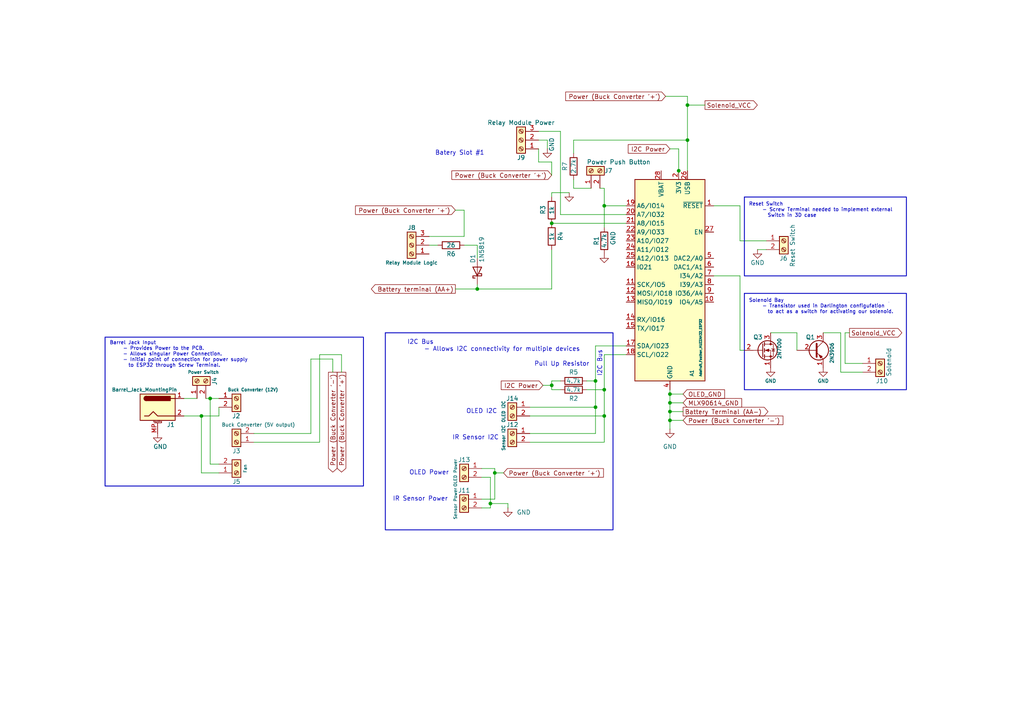
<source format=kicad_sch>
(kicad_sch
	(version 20231120)
	(generator "eeschema")
	(generator_version "8.0")
	(uuid "91be306f-ecb2-43da-a4c2-e112d07ec018")
	(paper "A4")
	(title_block
		(title "ChargeGuard Pro+ ")
		(date "2024-10-26")
		(rev "1.0.8")
		(comment 1 "Cody Reid, Tyler Tran")
		(comment 2 "Cuauhtemoc Gomez, Daniel Anishchenko")
		(comment 3 "Contributors:")
	)
	(lib_symbols
		(symbol "Connector:Barrel_Jack_MountingPin"
			(pin_names hide)
			(exclude_from_sim no)
			(in_bom yes)
			(on_board yes)
			(property "Reference" "J"
				(at 0 5.334 0)
				(effects
					(font
						(size 1.27 1.27)
					)
				)
			)
			(property "Value" "Barrel_Jack_MountingPin"
				(at 1.27 -6.35 0)
				(effects
					(font
						(size 1.27 1.27)
					)
					(justify left)
				)
			)
			(property "Footprint" ""
				(at 1.27 -1.016 0)
				(effects
					(font
						(size 1.27 1.27)
					)
					(hide yes)
				)
			)
			(property "Datasheet" "~"
				(at 1.27 -1.016 0)
				(effects
					(font
						(size 1.27 1.27)
					)
					(hide yes)
				)
			)
			(property "Description" "DC Barrel Jack with a mounting pin"
				(at 0 0 0)
				(effects
					(font
						(size 1.27 1.27)
					)
					(hide yes)
				)
			)
			(property "ki_keywords" "DC power barrel jack connector"
				(at 0 0 0)
				(effects
					(font
						(size 1.27 1.27)
					)
					(hide yes)
				)
			)
			(property "ki_fp_filters" "BarrelJack*"
				(at 0 0 0)
				(effects
					(font
						(size 1.27 1.27)
					)
					(hide yes)
				)
			)
			(symbol "Barrel_Jack_MountingPin_0_1"
				(rectangle
					(start -5.08 3.81)
					(end 5.08 -3.81)
					(stroke
						(width 0.254)
						(type default)
					)
					(fill
						(type background)
					)
				)
				(arc
					(start -3.302 3.175)
					(mid -3.9343 2.54)
					(end -3.302 1.905)
					(stroke
						(width 0.254)
						(type default)
					)
					(fill
						(type none)
					)
				)
				(arc
					(start -3.302 3.175)
					(mid -3.9343 2.54)
					(end -3.302 1.905)
					(stroke
						(width 0.254)
						(type default)
					)
					(fill
						(type outline)
					)
				)
				(polyline
					(pts
						(xy 5.08 2.54) (xy 3.81 2.54)
					)
					(stroke
						(width 0.254)
						(type default)
					)
					(fill
						(type none)
					)
				)
				(polyline
					(pts
						(xy -3.81 -2.54) (xy -2.54 -2.54) (xy -1.27 -1.27) (xy 0 -2.54) (xy 2.54 -2.54) (xy 5.08 -2.54)
					)
					(stroke
						(width 0.254)
						(type default)
					)
					(fill
						(type none)
					)
				)
				(rectangle
					(start 3.683 3.175)
					(end -3.302 1.905)
					(stroke
						(width 0.254)
						(type default)
					)
					(fill
						(type outline)
					)
				)
			)
			(symbol "Barrel_Jack_MountingPin_1_1"
				(polyline
					(pts
						(xy -1.016 -4.572) (xy 1.016 -4.572)
					)
					(stroke
						(width 0.1524)
						(type default)
					)
					(fill
						(type none)
					)
				)
				(text "Mounting"
					(at 0 -4.191 0)
					(effects
						(font
							(size 0.381 0.381)
						)
					)
				)
				(pin passive line
					(at 7.62 2.54 180)
					(length 2.54)
					(name "~"
						(effects
							(font
								(size 1.27 1.27)
							)
						)
					)
					(number "1"
						(effects
							(font
								(size 1.27 1.27)
							)
						)
					)
				)
				(pin passive line
					(at 7.62 -2.54 180)
					(length 2.54)
					(name "~"
						(effects
							(font
								(size 1.27 1.27)
							)
						)
					)
					(number "2"
						(effects
							(font
								(size 1.27 1.27)
							)
						)
					)
				)
				(pin passive line
					(at 0 -7.62 90)
					(length 3.048)
					(name "MountPin"
						(effects
							(font
								(size 1.27 1.27)
							)
						)
					)
					(number "MP"
						(effects
							(font
								(size 1.27 1.27)
							)
						)
					)
				)
			)
		)
		(symbol "Connector:Screw_Terminal_01x02"
			(pin_names
				(offset 1.016) hide)
			(exclude_from_sim no)
			(in_bom yes)
			(on_board yes)
			(property "Reference" "J"
				(at 0 2.54 0)
				(effects
					(font
						(size 1.27 1.27)
					)
				)
			)
			(property "Value" "Screw_Terminal_01x02"
				(at 0 -5.08 0)
				(effects
					(font
						(size 1.27 1.27)
					)
				)
			)
			(property "Footprint" ""
				(at 0 0 0)
				(effects
					(font
						(size 1.27 1.27)
					)
					(hide yes)
				)
			)
			(property "Datasheet" "~"
				(at 0 0 0)
				(effects
					(font
						(size 1.27 1.27)
					)
					(hide yes)
				)
			)
			(property "Description" "Generic screw terminal, single row, 01x02, script generated (kicad-library-utils/schlib/autogen/connector/)"
				(at 0 0 0)
				(effects
					(font
						(size 1.27 1.27)
					)
					(hide yes)
				)
			)
			(property "ki_keywords" "screw terminal"
				(at 0 0 0)
				(effects
					(font
						(size 1.27 1.27)
					)
					(hide yes)
				)
			)
			(property "ki_fp_filters" "TerminalBlock*:*"
				(at 0 0 0)
				(effects
					(font
						(size 1.27 1.27)
					)
					(hide yes)
				)
			)
			(symbol "Screw_Terminal_01x02_1_1"
				(rectangle
					(start -1.27 1.27)
					(end 1.27 -3.81)
					(stroke
						(width 0.254)
						(type default)
					)
					(fill
						(type background)
					)
				)
				(circle
					(center 0 -2.54)
					(radius 0.635)
					(stroke
						(width 0.1524)
						(type default)
					)
					(fill
						(type none)
					)
				)
				(polyline
					(pts
						(xy -0.5334 -2.2098) (xy 0.3302 -3.048)
					)
					(stroke
						(width 0.1524)
						(type default)
					)
					(fill
						(type none)
					)
				)
				(polyline
					(pts
						(xy -0.5334 0.3302) (xy 0.3302 -0.508)
					)
					(stroke
						(width 0.1524)
						(type default)
					)
					(fill
						(type none)
					)
				)
				(polyline
					(pts
						(xy -0.3556 -2.032) (xy 0.508 -2.8702)
					)
					(stroke
						(width 0.1524)
						(type default)
					)
					(fill
						(type none)
					)
				)
				(polyline
					(pts
						(xy -0.3556 0.508) (xy 0.508 -0.3302)
					)
					(stroke
						(width 0.1524)
						(type default)
					)
					(fill
						(type none)
					)
				)
				(circle
					(center 0 0)
					(radius 0.635)
					(stroke
						(width 0.1524)
						(type default)
					)
					(fill
						(type none)
					)
				)
				(pin passive line
					(at -5.08 0 0)
					(length 3.81)
					(name "Pin_1"
						(effects
							(font
								(size 1.27 1.27)
							)
						)
					)
					(number "1"
						(effects
							(font
								(size 1.27 1.27)
							)
						)
					)
				)
				(pin passive line
					(at -5.08 -2.54 0)
					(length 3.81)
					(name "Pin_2"
						(effects
							(font
								(size 1.27 1.27)
							)
						)
					)
					(number "2"
						(effects
							(font
								(size 1.27 1.27)
							)
						)
					)
				)
			)
		)
		(symbol "Connector:Screw_Terminal_01x03"
			(pin_names
				(offset 1.016) hide)
			(exclude_from_sim no)
			(in_bom yes)
			(on_board yes)
			(property "Reference" "J"
				(at 0 5.08 0)
				(effects
					(font
						(size 1.27 1.27)
					)
				)
			)
			(property "Value" "Screw_Terminal_01x03"
				(at 0 -5.08 0)
				(effects
					(font
						(size 1.27 1.27)
					)
				)
			)
			(property "Footprint" ""
				(at 0 0 0)
				(effects
					(font
						(size 1.27 1.27)
					)
					(hide yes)
				)
			)
			(property "Datasheet" "~"
				(at 0 0 0)
				(effects
					(font
						(size 1.27 1.27)
					)
					(hide yes)
				)
			)
			(property "Description" "Generic screw terminal, single row, 01x03, script generated (kicad-library-utils/schlib/autogen/connector/)"
				(at 0 0 0)
				(effects
					(font
						(size 1.27 1.27)
					)
					(hide yes)
				)
			)
			(property "ki_keywords" "screw terminal"
				(at 0 0 0)
				(effects
					(font
						(size 1.27 1.27)
					)
					(hide yes)
				)
			)
			(property "ki_fp_filters" "TerminalBlock*:*"
				(at 0 0 0)
				(effects
					(font
						(size 1.27 1.27)
					)
					(hide yes)
				)
			)
			(symbol "Screw_Terminal_01x03_1_1"
				(rectangle
					(start -1.27 3.81)
					(end 1.27 -3.81)
					(stroke
						(width 0.254)
						(type default)
					)
					(fill
						(type background)
					)
				)
				(circle
					(center 0 -2.54)
					(radius 0.635)
					(stroke
						(width 0.1524)
						(type default)
					)
					(fill
						(type none)
					)
				)
				(polyline
					(pts
						(xy -0.5334 -2.2098) (xy 0.3302 -3.048)
					)
					(stroke
						(width 0.1524)
						(type default)
					)
					(fill
						(type none)
					)
				)
				(polyline
					(pts
						(xy -0.5334 0.3302) (xy 0.3302 -0.508)
					)
					(stroke
						(width 0.1524)
						(type default)
					)
					(fill
						(type none)
					)
				)
				(polyline
					(pts
						(xy -0.5334 2.8702) (xy 0.3302 2.032)
					)
					(stroke
						(width 0.1524)
						(type default)
					)
					(fill
						(type none)
					)
				)
				(polyline
					(pts
						(xy -0.3556 -2.032) (xy 0.508 -2.8702)
					)
					(stroke
						(width 0.1524)
						(type default)
					)
					(fill
						(type none)
					)
				)
				(polyline
					(pts
						(xy -0.3556 0.508) (xy 0.508 -0.3302)
					)
					(stroke
						(width 0.1524)
						(type default)
					)
					(fill
						(type none)
					)
				)
				(polyline
					(pts
						(xy -0.3556 3.048) (xy 0.508 2.2098)
					)
					(stroke
						(width 0.1524)
						(type default)
					)
					(fill
						(type none)
					)
				)
				(circle
					(center 0 0)
					(radius 0.635)
					(stroke
						(width 0.1524)
						(type default)
					)
					(fill
						(type none)
					)
				)
				(circle
					(center 0 2.54)
					(radius 0.635)
					(stroke
						(width 0.1524)
						(type default)
					)
					(fill
						(type none)
					)
				)
				(pin passive line
					(at -5.08 2.54 0)
					(length 3.81)
					(name "Pin_1"
						(effects
							(font
								(size 1.27 1.27)
							)
						)
					)
					(number "1"
						(effects
							(font
								(size 1.27 1.27)
							)
						)
					)
				)
				(pin passive line
					(at -5.08 0 0)
					(length 3.81)
					(name "Pin_2"
						(effects
							(font
								(size 1.27 1.27)
							)
						)
					)
					(number "2"
						(effects
							(font
								(size 1.27 1.27)
							)
						)
					)
				)
				(pin passive line
					(at -5.08 -2.54 0)
					(length 3.81)
					(name "Pin_3"
						(effects
							(font
								(size 1.27 1.27)
							)
						)
					)
					(number "3"
						(effects
							(font
								(size 1.27 1.27)
							)
						)
					)
				)
			)
		)
		(symbol "Device:R"
			(pin_numbers hide)
			(pin_names
				(offset 0)
			)
			(exclude_from_sim no)
			(in_bom yes)
			(on_board yes)
			(property "Reference" "R"
				(at 2.032 0 90)
				(effects
					(font
						(size 1.27 1.27)
					)
				)
			)
			(property "Value" "R"
				(at 0 0 90)
				(effects
					(font
						(size 1.27 1.27)
					)
				)
			)
			(property "Footprint" ""
				(at -1.778 0 90)
				(effects
					(font
						(size 1.27 1.27)
					)
					(hide yes)
				)
			)
			(property "Datasheet" "~"
				(at 0 0 0)
				(effects
					(font
						(size 1.27 1.27)
					)
					(hide yes)
				)
			)
			(property "Description" "Resistor"
				(at 0 0 0)
				(effects
					(font
						(size 1.27 1.27)
					)
					(hide yes)
				)
			)
			(property "ki_keywords" "R res resistor"
				(at 0 0 0)
				(effects
					(font
						(size 1.27 1.27)
					)
					(hide yes)
				)
			)
			(property "ki_fp_filters" "R_*"
				(at 0 0 0)
				(effects
					(font
						(size 1.27 1.27)
					)
					(hide yes)
				)
			)
			(symbol "R_0_1"
				(rectangle
					(start -1.016 -2.54)
					(end 1.016 2.54)
					(stroke
						(width 0.254)
						(type default)
					)
					(fill
						(type none)
					)
				)
			)
			(symbol "R_1_1"
				(pin passive line
					(at 0 3.81 270)
					(length 1.27)
					(name "~"
						(effects
							(font
								(size 1.27 1.27)
							)
						)
					)
					(number "1"
						(effects
							(font
								(size 1.27 1.27)
							)
						)
					)
				)
				(pin passive line
					(at 0 -3.81 90)
					(length 1.27)
					(name "~"
						(effects
							(font
								(size 1.27 1.27)
							)
						)
					)
					(number "2"
						(effects
							(font
								(size 1.27 1.27)
							)
						)
					)
				)
			)
		)
		(symbol "Diode:1N5819"
			(pin_numbers hide)
			(pin_names
				(offset 1.016) hide)
			(exclude_from_sim no)
			(in_bom yes)
			(on_board yes)
			(property "Reference" "D"
				(at 0 2.54 0)
				(effects
					(font
						(size 1.27 1.27)
					)
				)
			)
			(property "Value" "1N5819"
				(at 0 -2.54 0)
				(effects
					(font
						(size 1.27 1.27)
					)
				)
			)
			(property "Footprint" "Diode_THT:D_DO-41_SOD81_P10.16mm_Horizontal"
				(at 0 -4.445 0)
				(effects
					(font
						(size 1.27 1.27)
					)
					(hide yes)
				)
			)
			(property "Datasheet" "http://www.vishay.com/docs/88525/1n5817.pdf"
				(at 0 0 0)
				(effects
					(font
						(size 1.27 1.27)
					)
					(hide yes)
				)
			)
			(property "Description" "40V 1A Schottky Barrier Rectifier Diode, DO-41"
				(at 0 0 0)
				(effects
					(font
						(size 1.27 1.27)
					)
					(hide yes)
				)
			)
			(property "ki_keywords" "diode Schottky"
				(at 0 0 0)
				(effects
					(font
						(size 1.27 1.27)
					)
					(hide yes)
				)
			)
			(property "ki_fp_filters" "D*DO?41*"
				(at 0 0 0)
				(effects
					(font
						(size 1.27 1.27)
					)
					(hide yes)
				)
			)
			(symbol "1N5819_0_1"
				(polyline
					(pts
						(xy 1.27 0) (xy -1.27 0)
					)
					(stroke
						(width 0)
						(type default)
					)
					(fill
						(type none)
					)
				)
				(polyline
					(pts
						(xy 1.27 1.27) (xy 1.27 -1.27) (xy -1.27 0) (xy 1.27 1.27)
					)
					(stroke
						(width 0.254)
						(type default)
					)
					(fill
						(type none)
					)
				)
				(polyline
					(pts
						(xy -1.905 0.635) (xy -1.905 1.27) (xy -1.27 1.27) (xy -1.27 -1.27) (xy -0.635 -1.27) (xy -0.635 -0.635)
					)
					(stroke
						(width 0.254)
						(type default)
					)
					(fill
						(type none)
					)
				)
			)
			(symbol "1N5819_1_1"
				(pin passive line
					(at -3.81 0 0)
					(length 2.54)
					(name "K"
						(effects
							(font
								(size 1.27 1.27)
							)
						)
					)
					(number "1"
						(effects
							(font
								(size 1.27 1.27)
							)
						)
					)
				)
				(pin passive line
					(at 3.81 0 180)
					(length 2.54)
					(name "A"
						(effects
							(font
								(size 1.27 1.27)
							)
						)
					)
					(number "2"
						(effects
							(font
								(size 1.27 1.27)
							)
						)
					)
				)
			)
		)
		(symbol "MCU_Module:Adafruit_Feather_HUZZAH32_ESP32"
			(exclude_from_sim no)
			(in_bom yes)
			(on_board yes)
			(property "Reference" "A"
				(at -10.16 29.21 0)
				(effects
					(font
						(size 1.27 1.27)
					)
					(justify left)
				)
			)
			(property "Value" "Adafruit_Feather_HUZZAH32_ESP32"
				(at 2.54 -31.75 0)
				(effects
					(font
						(size 1.27 1.27)
					)
					(justify left)
				)
			)
			(property "Footprint" "Module:Adafruit_Feather"
				(at 2.54 -34.29 0)
				(effects
					(font
						(size 1.27 1.27)
					)
					(justify left)
					(hide yes)
				)
			)
			(property "Datasheet" "https://cdn-learn.adafruit.com/downloads/pdf/adafruit-huzzah32-esp32-feather.pdf"
				(at 0 -30.48 0)
				(effects
					(font
						(size 1.27 1.27)
					)
					(hide yes)
				)
			)
			(property "Description" "Microcontroller module with ESP32 MCU"
				(at 0 0 0)
				(effects
					(font
						(size 1.27 1.27)
					)
					(hide yes)
				)
			)
			(property "ki_keywords" "Adafruit feather microcontroller module USB"
				(at 0 0 0)
				(effects
					(font
						(size 1.27 1.27)
					)
					(hide yes)
				)
			)
			(property "ki_fp_filters" "Adafruit*Feather*"
				(at 0 0 0)
				(effects
					(font
						(size 1.27 1.27)
					)
					(hide yes)
				)
			)
			(symbol "Adafruit_Feather_HUZZAH32_ESP32_0_1"
				(rectangle
					(start -10.16 27.94)
					(end 10.16 -30.48)
					(stroke
						(width 0.254)
						(type default)
					)
					(fill
						(type background)
					)
				)
			)
			(symbol "Adafruit_Feather_HUZZAH32_ESP32_1_1"
				(pin input line
					(at 12.7 20.32 180)
					(length 2.54)
					(name "~{RESET}"
						(effects
							(font
								(size 1.27 1.27)
							)
						)
					)
					(number "1"
						(effects
							(font
								(size 1.27 1.27)
							)
						)
					)
				)
				(pin bidirectional line
					(at 12.7 -7.62 180)
					(length 2.54)
					(name "IO4/A5"
						(effects
							(font
								(size 1.27 1.27)
							)
						)
					)
					(number "10"
						(effects
							(font
								(size 1.27 1.27)
							)
						)
					)
				)
				(pin bidirectional line
					(at -12.7 -2.54 0)
					(length 2.54)
					(name "SCK/IO5"
						(effects
							(font
								(size 1.27 1.27)
							)
						)
					)
					(number "11"
						(effects
							(font
								(size 1.27 1.27)
							)
						)
					)
				)
				(pin bidirectional line
					(at -12.7 -5.08 0)
					(length 2.54)
					(name "MOSI/IO18"
						(effects
							(font
								(size 1.27 1.27)
							)
						)
					)
					(number "12"
						(effects
							(font
								(size 1.27 1.27)
							)
						)
					)
				)
				(pin bidirectional line
					(at -12.7 -7.62 0)
					(length 2.54)
					(name "MISO/IO19"
						(effects
							(font
								(size 1.27 1.27)
							)
						)
					)
					(number "13"
						(effects
							(font
								(size 1.27 1.27)
							)
						)
					)
				)
				(pin bidirectional line
					(at -12.7 -12.7 0)
					(length 2.54)
					(name "RX/IO16"
						(effects
							(font
								(size 1.27 1.27)
							)
						)
					)
					(number "14"
						(effects
							(font
								(size 1.27 1.27)
							)
						)
					)
				)
				(pin bidirectional line
					(at -12.7 -15.24 0)
					(length 2.54)
					(name "TX/IO17"
						(effects
							(font
								(size 1.27 1.27)
							)
						)
					)
					(number "15"
						(effects
							(font
								(size 1.27 1.27)
							)
						)
					)
				)
				(pin bidirectional line
					(at -12.7 2.54 0)
					(length 2.54)
					(name "IO21"
						(effects
							(font
								(size 1.27 1.27)
							)
						)
					)
					(number "16"
						(effects
							(font
								(size 1.27 1.27)
							)
						)
					)
				)
				(pin bidirectional line
					(at -12.7 -20.32 0)
					(length 2.54)
					(name "SDA/IO23"
						(effects
							(font
								(size 1.27 1.27)
							)
						)
					)
					(number "17"
						(effects
							(font
								(size 1.27 1.27)
							)
						)
					)
				)
				(pin bidirectional line
					(at -12.7 -22.86 0)
					(length 2.54)
					(name "SCL/IO22"
						(effects
							(font
								(size 1.27 1.27)
							)
						)
					)
					(number "18"
						(effects
							(font
								(size 1.27 1.27)
							)
						)
					)
				)
				(pin bidirectional line
					(at -12.7 20.32 0)
					(length 2.54)
					(name "A6/IO14"
						(effects
							(font
								(size 1.27 1.27)
							)
						)
					)
					(number "19"
						(effects
							(font
								(size 1.27 1.27)
							)
						)
					)
				)
				(pin power_in line
					(at 2.54 30.48 270)
					(length 2.54)
					(name "3V3"
						(effects
							(font
								(size 1.27 1.27)
							)
						)
					)
					(number "2"
						(effects
							(font
								(size 1.27 1.27)
							)
						)
					)
				)
				(pin bidirectional line
					(at -12.7 17.78 0)
					(length 2.54)
					(name "A7/IO32"
						(effects
							(font
								(size 1.27 1.27)
							)
						)
					)
					(number "20"
						(effects
							(font
								(size 1.27 1.27)
							)
						)
					)
				)
				(pin bidirectional line
					(at -12.7 15.24 0)
					(length 2.54)
					(name "A8/IO15"
						(effects
							(font
								(size 1.27 1.27)
							)
						)
					)
					(number "21"
						(effects
							(font
								(size 1.27 1.27)
							)
						)
					)
				)
				(pin bidirectional line
					(at -12.7 12.7 0)
					(length 2.54)
					(name "A9/IO33"
						(effects
							(font
								(size 1.27 1.27)
							)
						)
					)
					(number "22"
						(effects
							(font
								(size 1.27 1.27)
							)
						)
					)
				)
				(pin bidirectional line
					(at -12.7 10.16 0)
					(length 2.54)
					(name "A10/IO27"
						(effects
							(font
								(size 1.27 1.27)
							)
						)
					)
					(number "23"
						(effects
							(font
								(size 1.27 1.27)
							)
						)
					)
				)
				(pin bidirectional line
					(at -12.7 7.62 0)
					(length 2.54)
					(name "A11/IO12"
						(effects
							(font
								(size 1.27 1.27)
							)
						)
					)
					(number "24"
						(effects
							(font
								(size 1.27 1.27)
							)
						)
					)
				)
				(pin bidirectional line
					(at -12.7 5.08 0)
					(length 2.54)
					(name "A12/IO13"
						(effects
							(font
								(size 1.27 1.27)
							)
						)
					)
					(number "25"
						(effects
							(font
								(size 1.27 1.27)
							)
						)
					)
				)
				(pin power_in line
					(at 5.08 30.48 270)
					(length 2.54)
					(name "USB"
						(effects
							(font
								(size 1.27 1.27)
							)
						)
					)
					(number "26"
						(effects
							(font
								(size 1.27 1.27)
							)
						)
					)
				)
				(pin input line
					(at 12.7 12.7 180)
					(length 2.54)
					(name "EN"
						(effects
							(font
								(size 1.27 1.27)
							)
						)
					)
					(number "27"
						(effects
							(font
								(size 1.27 1.27)
							)
						)
					)
				)
				(pin power_in line
					(at -2.54 30.48 270)
					(length 2.54)
					(name "VBAT"
						(effects
							(font
								(size 1.27 1.27)
							)
						)
					)
					(number "28"
						(effects
							(font
								(size 1.27 1.27)
							)
						)
					)
				)
				(pin no_connect line
					(at 10.16 10.16 180)
					(length 2.54) hide
					(name "NC"
						(effects
							(font
								(size 1.27 1.27)
							)
						)
					)
					(number "3"
						(effects
							(font
								(size 1.27 1.27)
							)
						)
					)
				)
				(pin power_in line
					(at 0 -33.02 90)
					(length 2.54)
					(name "GND"
						(effects
							(font
								(size 1.27 1.27)
							)
						)
					)
					(number "4"
						(effects
							(font
								(size 1.27 1.27)
							)
						)
					)
				)
				(pin bidirectional line
					(at 12.7 5.08 180)
					(length 2.54)
					(name "DAC2/A0"
						(effects
							(font
								(size 1.27 1.27)
							)
						)
					)
					(number "5"
						(effects
							(font
								(size 1.27 1.27)
							)
						)
					)
				)
				(pin bidirectional line
					(at 12.7 2.54 180)
					(length 2.54)
					(name "DAC1/A1"
						(effects
							(font
								(size 1.27 1.27)
							)
						)
					)
					(number "6"
						(effects
							(font
								(size 1.27 1.27)
							)
						)
					)
				)
				(pin bidirectional line
					(at 12.7 0 180)
					(length 2.54)
					(name "I34/A2"
						(effects
							(font
								(size 1.27 1.27)
							)
						)
					)
					(number "7"
						(effects
							(font
								(size 1.27 1.27)
							)
						)
					)
				)
				(pin bidirectional line
					(at 12.7 -2.54 180)
					(length 2.54)
					(name "I39/A3"
						(effects
							(font
								(size 1.27 1.27)
							)
						)
					)
					(number "8"
						(effects
							(font
								(size 1.27 1.27)
							)
						)
					)
				)
				(pin bidirectional line
					(at 12.7 -5.08 180)
					(length 2.54)
					(name "IO36/A4"
						(effects
							(font
								(size 1.27 1.27)
							)
						)
					)
					(number "9"
						(effects
							(font
								(size 1.27 1.27)
							)
						)
					)
				)
			)
		)
		(symbol "Transistor_BJT:2N3906"
			(pin_names
				(offset 0) hide)
			(exclude_from_sim no)
			(in_bom yes)
			(on_board yes)
			(property "Reference" "Q"
				(at 5.08 1.905 0)
				(effects
					(font
						(size 1.27 1.27)
					)
					(justify left)
				)
			)
			(property "Value" "2N3906"
				(at 5.08 0 0)
				(effects
					(font
						(size 1.27 1.27)
					)
					(justify left)
				)
			)
			(property "Footprint" "Package_TO_SOT_THT:TO-92_Inline"
				(at 5.08 -1.905 0)
				(effects
					(font
						(size 1.27 1.27)
						(italic yes)
					)
					(justify left)
					(hide yes)
				)
			)
			(property "Datasheet" "https://www.onsemi.com/pub/Collateral/2N3906-D.PDF"
				(at 0 0 0)
				(effects
					(font
						(size 1.27 1.27)
					)
					(justify left)
					(hide yes)
				)
			)
			(property "Description" "-0.2A Ic, -40V Vce, Small Signal PNP Transistor, TO-92"
				(at 0 0 0)
				(effects
					(font
						(size 1.27 1.27)
					)
					(hide yes)
				)
			)
			(property "ki_keywords" "PNP Transistor"
				(at 0 0 0)
				(effects
					(font
						(size 1.27 1.27)
					)
					(hide yes)
				)
			)
			(property "ki_fp_filters" "TO?92*"
				(at 0 0 0)
				(effects
					(font
						(size 1.27 1.27)
					)
					(hide yes)
				)
			)
			(symbol "2N3906_0_1"
				(polyline
					(pts
						(xy 0.635 0.635) (xy 2.54 2.54)
					)
					(stroke
						(width 0)
						(type default)
					)
					(fill
						(type none)
					)
				)
				(polyline
					(pts
						(xy 0.635 -0.635) (xy 2.54 -2.54) (xy 2.54 -2.54)
					)
					(stroke
						(width 0)
						(type default)
					)
					(fill
						(type none)
					)
				)
				(polyline
					(pts
						(xy 0.635 1.905) (xy 0.635 -1.905) (xy 0.635 -1.905)
					)
					(stroke
						(width 0.508)
						(type default)
					)
					(fill
						(type none)
					)
				)
				(polyline
					(pts
						(xy 2.286 -1.778) (xy 1.778 -2.286) (xy 1.27 -1.27) (xy 2.286 -1.778) (xy 2.286 -1.778)
					)
					(stroke
						(width 0)
						(type default)
					)
					(fill
						(type outline)
					)
				)
				(circle
					(center 1.27 0)
					(radius 2.8194)
					(stroke
						(width 0.254)
						(type default)
					)
					(fill
						(type none)
					)
				)
			)
			(symbol "2N3906_1_1"
				(pin passive line
					(at 2.54 -5.08 90)
					(length 2.54)
					(name "E"
						(effects
							(font
								(size 1.27 1.27)
							)
						)
					)
					(number "1"
						(effects
							(font
								(size 1.27 1.27)
							)
						)
					)
				)
				(pin input line
					(at -5.08 0 0)
					(length 5.715)
					(name "B"
						(effects
							(font
								(size 1.27 1.27)
							)
						)
					)
					(number "2"
						(effects
							(font
								(size 1.27 1.27)
							)
						)
					)
				)
				(pin passive line
					(at 2.54 5.08 270)
					(length 2.54)
					(name "C"
						(effects
							(font
								(size 1.27 1.27)
							)
						)
					)
					(number "3"
						(effects
							(font
								(size 1.27 1.27)
							)
						)
					)
				)
			)
		)
		(symbol "Transistor_FET:2N7000"
			(pin_names hide)
			(exclude_from_sim no)
			(in_bom yes)
			(on_board yes)
			(property "Reference" "Q"
				(at 5.08 1.905 0)
				(effects
					(font
						(size 1.27 1.27)
					)
					(justify left)
				)
			)
			(property "Value" "2N7000"
				(at 5.08 0 0)
				(effects
					(font
						(size 1.27 1.27)
					)
					(justify left)
				)
			)
			(property "Footprint" "Package_TO_SOT_THT:TO-92_Inline"
				(at 5.08 -1.905 0)
				(effects
					(font
						(size 1.27 1.27)
						(italic yes)
					)
					(justify left)
					(hide yes)
				)
			)
			(property "Datasheet" "https://www.vishay.com/docs/70226/70226.pdf"
				(at 5.08 -3.81 0)
				(effects
					(font
						(size 1.27 1.27)
					)
					(justify left)
					(hide yes)
				)
			)
			(property "Description" "0.2A Id, 200V Vds, N-Channel MOSFET, 2.6V Logic Level, TO-92"
				(at 0 0 0)
				(effects
					(font
						(size 1.27 1.27)
					)
					(hide yes)
				)
			)
			(property "ki_keywords" "N-Channel MOSFET Logic-Level"
				(at 0 0 0)
				(effects
					(font
						(size 1.27 1.27)
					)
					(hide yes)
				)
			)
			(property "ki_fp_filters" "TO?92*"
				(at 0 0 0)
				(effects
					(font
						(size 1.27 1.27)
					)
					(hide yes)
				)
			)
			(symbol "2N7000_0_1"
				(polyline
					(pts
						(xy 0.254 0) (xy -2.54 0)
					)
					(stroke
						(width 0)
						(type default)
					)
					(fill
						(type none)
					)
				)
				(polyline
					(pts
						(xy 0.254 1.905) (xy 0.254 -1.905)
					)
					(stroke
						(width 0.254)
						(type default)
					)
					(fill
						(type none)
					)
				)
				(polyline
					(pts
						(xy 0.762 -1.27) (xy 0.762 -2.286)
					)
					(stroke
						(width 0.254)
						(type default)
					)
					(fill
						(type none)
					)
				)
				(polyline
					(pts
						(xy 0.762 0.508) (xy 0.762 -0.508)
					)
					(stroke
						(width 0.254)
						(type default)
					)
					(fill
						(type none)
					)
				)
				(polyline
					(pts
						(xy 0.762 2.286) (xy 0.762 1.27)
					)
					(stroke
						(width 0.254)
						(type default)
					)
					(fill
						(type none)
					)
				)
				(polyline
					(pts
						(xy 2.54 2.54) (xy 2.54 1.778)
					)
					(stroke
						(width 0)
						(type default)
					)
					(fill
						(type none)
					)
				)
				(polyline
					(pts
						(xy 2.54 -2.54) (xy 2.54 0) (xy 0.762 0)
					)
					(stroke
						(width 0)
						(type default)
					)
					(fill
						(type none)
					)
				)
				(polyline
					(pts
						(xy 0.762 -1.778) (xy 3.302 -1.778) (xy 3.302 1.778) (xy 0.762 1.778)
					)
					(stroke
						(width 0)
						(type default)
					)
					(fill
						(type none)
					)
				)
				(polyline
					(pts
						(xy 1.016 0) (xy 2.032 0.381) (xy 2.032 -0.381) (xy 1.016 0)
					)
					(stroke
						(width 0)
						(type default)
					)
					(fill
						(type outline)
					)
				)
				(polyline
					(pts
						(xy 2.794 0.508) (xy 2.921 0.381) (xy 3.683 0.381) (xy 3.81 0.254)
					)
					(stroke
						(width 0)
						(type default)
					)
					(fill
						(type none)
					)
				)
				(polyline
					(pts
						(xy 3.302 0.381) (xy 2.921 -0.254) (xy 3.683 -0.254) (xy 3.302 0.381)
					)
					(stroke
						(width 0)
						(type default)
					)
					(fill
						(type none)
					)
				)
				(circle
					(center 1.651 0)
					(radius 2.794)
					(stroke
						(width 0.254)
						(type default)
					)
					(fill
						(type none)
					)
				)
				(circle
					(center 2.54 -1.778)
					(radius 0.254)
					(stroke
						(width 0)
						(type default)
					)
					(fill
						(type outline)
					)
				)
				(circle
					(center 2.54 1.778)
					(radius 0.254)
					(stroke
						(width 0)
						(type default)
					)
					(fill
						(type outline)
					)
				)
			)
			(symbol "2N7000_1_1"
				(pin passive line
					(at 2.54 -5.08 90)
					(length 2.54)
					(name "S"
						(effects
							(font
								(size 1.27 1.27)
							)
						)
					)
					(number "1"
						(effects
							(font
								(size 1.27 1.27)
							)
						)
					)
				)
				(pin input line
					(at -5.08 0 0)
					(length 2.54)
					(name "G"
						(effects
							(font
								(size 1.27 1.27)
							)
						)
					)
					(number "2"
						(effects
							(font
								(size 1.27 1.27)
							)
						)
					)
				)
				(pin passive line
					(at 2.54 5.08 270)
					(length 2.54)
					(name "D"
						(effects
							(font
								(size 1.27 1.27)
							)
						)
					)
					(number "3"
						(effects
							(font
								(size 1.27 1.27)
							)
						)
					)
				)
			)
		)
		(symbol "power:GND"
			(power)
			(pin_numbers hide)
			(pin_names
				(offset 0) hide)
			(exclude_from_sim no)
			(in_bom yes)
			(on_board yes)
			(property "Reference" "#PWR"
				(at 0 -6.35 0)
				(effects
					(font
						(size 1.27 1.27)
					)
					(hide yes)
				)
			)
			(property "Value" "GND"
				(at 0 -3.81 0)
				(effects
					(font
						(size 1.27 1.27)
					)
				)
			)
			(property "Footprint" ""
				(at 0 0 0)
				(effects
					(font
						(size 1.27 1.27)
					)
					(hide yes)
				)
			)
			(property "Datasheet" ""
				(at 0 0 0)
				(effects
					(font
						(size 1.27 1.27)
					)
					(hide yes)
				)
			)
			(property "Description" "Power symbol creates a global label with name \"GND\" , ground"
				(at 0 0 0)
				(effects
					(font
						(size 1.27 1.27)
					)
					(hide yes)
				)
			)
			(property "ki_keywords" "global power"
				(at 0 0 0)
				(effects
					(font
						(size 1.27 1.27)
					)
					(hide yes)
				)
			)
			(symbol "GND_0_1"
				(polyline
					(pts
						(xy 0 0) (xy 0 -1.27) (xy 1.27 -1.27) (xy 0 -2.54) (xy -1.27 -1.27) (xy 0 -1.27)
					)
					(stroke
						(width 0)
						(type default)
					)
					(fill
						(type none)
					)
				)
			)
			(symbol "GND_1_1"
				(pin power_in line
					(at 0 0 270)
					(length 0)
					(name "~"
						(effects
							(font
								(size 1.27 1.27)
							)
						)
					)
					(number "1"
						(effects
							(font
								(size 1.27 1.27)
							)
						)
					)
				)
			)
		)
	)
	(junction
		(at 194.31 114.3)
		(diameter 0)
		(color 0 0 0 0)
		(uuid "19450a44-285b-478c-876b-a456164d000d")
	)
	(junction
		(at 142.24 146.05)
		(diameter 0)
		(color 0 0 0 0)
		(uuid "2124d955-bada-4455-b2e4-fe3b5ddab8a3")
	)
	(junction
		(at 143.51 137.16)
		(diameter 0)
		(color 0 0 0 0)
		(uuid "3b86c38e-3cc6-4051-b886-7cdd03a9293f")
	)
	(junction
		(at 199.39 30.48)
		(diameter 0)
		(color 0 0 0 0)
		(uuid "4144df93-8441-4e31-8c68-f6a7a5eeea0b")
	)
	(junction
		(at 194.31 119.38)
		(diameter 0)
		(color 0 0 0 0)
		(uuid "47e6a3de-b4d9-4b03-8870-1a10a9cde907")
	)
	(junction
		(at 194.31 121.92)
		(diameter 0)
		(color 0 0 0 0)
		(uuid "50eae557-b4f4-42f2-bc6d-419db6c36bb0")
	)
	(junction
		(at 160.02 64.77)
		(diameter 0)
		(color 0 0 0 0)
		(uuid "57507538-5349-4b76-bdf0-2e034f2c0f28")
	)
	(junction
		(at 196.85 49.53)
		(diameter 0)
		(color 0 0 0 0)
		(uuid "5c5a7afb-2a54-43f1-a2f9-0b6d029ee74c")
	)
	(junction
		(at 199.39 40.64)
		(diameter 0)
		(color 0 0 0 0)
		(uuid "66665fee-0723-4069-893b-c75865b772cf")
	)
	(junction
		(at 175.26 113.03)
		(diameter 0)
		(color 0 0 0 0)
		(uuid "6b6724b1-4795-42e8-a4bd-1d3f5e71a778")
	)
	(junction
		(at 58.42 120.65)
		(diameter 0)
		(color 0 0 0 0)
		(uuid "88c457f1-01cd-4086-a28e-332900121c3e")
	)
	(junction
		(at 172.72 110.49)
		(diameter 0)
		(color 0 0 0 0)
		(uuid "916ed797-8525-424e-9e16-dd8b69c0cd19")
	)
	(junction
		(at 60.96 115.57)
		(diameter 0)
		(color 0 0 0 0)
		(uuid "9bc9097e-3567-4f82-a88f-99a02d9daf02")
	)
	(junction
		(at 175.26 120.65)
		(diameter 0)
		(color 0 0 0 0)
		(uuid "acaa860e-0e36-4e12-ae4e-618f3a0f9952")
	)
	(junction
		(at 160.02 111.76)
		(diameter 0)
		(color 0 0 0 0)
		(uuid "ba955f21-8dcc-44a0-b745-6be61a225395")
	)
	(junction
		(at 172.72 118.11)
		(diameter 0)
		(color 0 0 0 0)
		(uuid "cdb82c60-743a-48dd-bb98-cd0f47a82d61")
	)
	(junction
		(at 175.26 59.69)
		(diameter 0)
		(color 0 0 0 0)
		(uuid "d3916b45-ff07-42dc-99ff-cfe8ee1dadfc")
	)
	(junction
		(at 194.31 116.84)
		(diameter 0)
		(color 0 0 0 0)
		(uuid "d5aa6853-5d41-4d3e-a6a1-1f1fbdd21be1")
	)
	(junction
		(at 138.43 83.82)
		(diameter 0)
		(color 0 0 0 0)
		(uuid "eb878c10-2e44-4a41-a243-50ac01734ce5")
	)
	(wire
		(pts
			(xy 138.43 83.82) (xy 160.02 83.82)
		)
		(stroke
			(width 0)
			(type default)
		)
		(uuid "0057a9ce-10af-4f75-8b16-5f012382d804")
	)
	(wire
		(pts
			(xy 53.34 120.65) (xy 58.42 120.65)
		)
		(stroke
			(width 0)
			(type default)
		)
		(uuid "0234237e-1661-4ae6-b97c-7c4e1b6376ea")
	)
	(wire
		(pts
			(xy 214.63 69.85) (xy 222.25 69.85)
		)
		(stroke
			(width 0)
			(type default)
		)
		(uuid "088818fc-42a8-49a8-a478-dcf9e9053beb")
	)
	(wire
		(pts
			(xy 60.96 115.57) (xy 60.96 134.62)
		)
		(stroke
			(width 0)
			(type default)
		)
		(uuid "11a6df6f-8ca3-4c79-a572-6d4b673cea22")
	)
	(wire
		(pts
			(xy 124.46 71.12) (xy 127 71.12)
		)
		(stroke
			(width 0)
			(type default)
		)
		(uuid "1377ec3e-edd1-4860-a851-b3d3a718a78d")
	)
	(wire
		(pts
			(xy 142.24 138.43) (xy 139.7 138.43)
		)
		(stroke
			(width 0)
			(type default)
		)
		(uuid "13933bbc-25c6-48e8-8bdc-59e5e5b58fba")
	)
	(wire
		(pts
			(xy 143.51 144.78) (xy 139.7 144.78)
		)
		(stroke
			(width 0)
			(type default)
		)
		(uuid "1b582936-0ea6-4313-84a3-fa50af87d29e")
	)
	(wire
		(pts
			(xy 59.69 115.57) (xy 60.96 115.57)
		)
		(stroke
			(width 0)
			(type default)
		)
		(uuid "1db24328-dd95-4f19-b243-94b7e4248858")
	)
	(wire
		(pts
			(xy 92.71 128.27) (xy 73.66 128.27)
		)
		(stroke
			(width 0)
			(type default)
		)
		(uuid "25969bf1-8951-4402-bb90-5c704fdc86cc")
	)
	(wire
		(pts
			(xy 143.51 137.16) (xy 146.05 137.16)
		)
		(stroke
			(width 0)
			(type default)
		)
		(uuid "2939f41a-6f9b-48fd-9e22-26998f30f09b")
	)
	(wire
		(pts
			(xy 162.56 62.23) (xy 181.61 62.23)
		)
		(stroke
			(width 0)
			(type default)
		)
		(uuid "2d30c9ae-dc4d-428a-9143-3e5106741de4")
	)
	(wire
		(pts
			(xy 96.52 104.14) (xy 96.52 107.95)
		)
		(stroke
			(width 0)
			(type default)
		)
		(uuid "30f0eba4-77db-44d0-ae36-5e01c398911f")
	)
	(wire
		(pts
			(xy 214.63 101.6) (xy 214.63 80.01)
		)
		(stroke
			(width 0)
			(type default)
		)
		(uuid "31323ee8-916e-429b-8034-c83f8cad06ba")
	)
	(wire
		(pts
			(xy 143.51 135.89) (xy 143.51 137.16)
		)
		(stroke
			(width 0)
			(type default)
		)
		(uuid "3265671f-0953-4b19-8c0d-9bd8d5dae4ad")
	)
	(wire
		(pts
			(xy 194.31 116.84) (xy 198.12 116.84)
		)
		(stroke
			(width 0)
			(type default)
		)
		(uuid "342c9500-f2ae-45ae-8dbb-f189c23e0dc9")
	)
	(wire
		(pts
			(xy 199.39 40.64) (xy 199.39 49.53)
		)
		(stroke
			(width 0)
			(type default)
		)
		(uuid "34b038e6-a9c4-4ba3-845d-7573a84d4fb8")
	)
	(wire
		(pts
			(xy 214.63 69.85) (xy 214.63 59.69)
		)
		(stroke
			(width 0)
			(type default)
		)
		(uuid "3786c174-8eec-41b2-a18f-14c38ff592ed")
	)
	(wire
		(pts
			(xy 175.26 102.87) (xy 175.26 113.03)
		)
		(stroke
			(width 0)
			(type default)
		)
		(uuid "3b3f116e-1978-4bde-a19b-ae564c7b9a67")
	)
	(wire
		(pts
			(xy 170.18 110.49) (xy 172.72 110.49)
		)
		(stroke
			(width 0)
			(type default)
		)
		(uuid "3cfe2693-faf2-421d-be57-ae0ac96d1432")
	)
	(wire
		(pts
			(xy 199.39 30.48) (xy 204.47 30.48)
		)
		(stroke
			(width 0)
			(type default)
		)
		(uuid "3ee6354e-e61a-4d38-ad92-42900d442ed9")
	)
	(wire
		(pts
			(xy 138.43 82.55) (xy 138.43 83.82)
		)
		(stroke
			(width 0)
			(type default)
		)
		(uuid "3f54582d-ddfd-4e19-a50b-b1b62368b633")
	)
	(wire
		(pts
			(xy 134.62 60.96) (xy 134.62 68.58)
		)
		(stroke
			(width 0)
			(type default)
		)
		(uuid "3fcf5217-53e9-4487-a779-8afaa97ece22")
	)
	(wire
		(pts
			(xy 160.02 72.39) (xy 160.02 83.82)
		)
		(stroke
			(width 0)
			(type default)
		)
		(uuid "404943f0-0221-4747-a1aa-4d9e9877e3dd")
	)
	(wire
		(pts
			(xy 214.63 80.01) (xy 207.01 80.01)
		)
		(stroke
			(width 0)
			(type default)
		)
		(uuid "42821485-e4b3-4c5a-b6cc-a8a767b776ce")
	)
	(wire
		(pts
			(xy 124.46 68.58) (xy 134.62 68.58)
		)
		(stroke
			(width 0)
			(type default)
		)
		(uuid "430babd8-97e5-4c7a-97a5-b49dbfd32b13")
	)
	(wire
		(pts
			(xy 175.26 120.65) (xy 175.26 128.27)
		)
		(stroke
			(width 0)
			(type default)
		)
		(uuid "448bbbf0-93b2-4572-a662-7023b208cc02")
	)
	(wire
		(pts
			(xy 194.31 121.92) (xy 194.31 124.46)
		)
		(stroke
			(width 0)
			(type default)
		)
		(uuid "4a243cd6-4931-4cb3-bc65-6df7f1623a03")
	)
	(wire
		(pts
			(xy 175.26 59.69) (xy 175.26 66.04)
		)
		(stroke
			(width 0)
			(type default)
		)
		(uuid "4dc797a7-67d8-47a8-903a-e37b5ab2b37b")
	)
	(wire
		(pts
			(xy 158.75 40.64) (xy 158.75 43.18)
		)
		(stroke
			(width 0)
			(type default)
		)
		(uuid "4e471cc5-5aa9-4d78-b02b-8bd3c593f1f6")
	)
	(wire
		(pts
			(xy 181.61 100.33) (xy 172.72 100.33)
		)
		(stroke
			(width 0)
			(type default)
		)
		(uuid "54eb20ed-faa5-42a3-812c-6fef05a867ef")
	)
	(wire
		(pts
			(xy 63.5 137.16) (xy 58.42 137.16)
		)
		(stroke
			(width 0)
			(type default)
		)
		(uuid "56cfb1b3-b4aa-4e9b-b139-28a4eb66de08")
	)
	(wire
		(pts
			(xy 60.96 115.57) (xy 63.5 115.57)
		)
		(stroke
			(width 0)
			(type default)
		)
		(uuid "59e4f5fb-3acc-4264-9ca4-d7a8db1fa341")
	)
	(wire
		(pts
			(xy 238.76 96.52) (xy 243.84 96.52)
		)
		(stroke
			(width 0)
			(type default)
		)
		(uuid "5a087b39-d7d5-4f27-98f6-35615e967f85")
	)
	(wire
		(pts
			(xy 198.12 121.92) (xy 194.31 121.92)
		)
		(stroke
			(width 0)
			(type default)
		)
		(uuid "5b625c33-5109-4756-bd3f-067eaf601f3e")
	)
	(wire
		(pts
			(xy 160.02 55.88) (xy 160.02 57.15)
		)
		(stroke
			(width 0)
			(type default)
		)
		(uuid "5c0e5104-0f22-4df3-a381-151f9ad0a43e")
	)
	(wire
		(pts
			(xy 162.56 38.1) (xy 162.56 62.23)
		)
		(stroke
			(width 0)
			(type default)
		)
		(uuid "5e3303b2-2a78-43bb-a350-416db7106e51")
	)
	(wire
		(pts
			(xy 153.67 118.11) (xy 172.72 118.11)
		)
		(stroke
			(width 0)
			(type default)
		)
		(uuid "635c6fd5-2d91-4f2d-996b-b3b6cd6cf8d3")
	)
	(wire
		(pts
			(xy 153.67 125.73) (xy 172.72 125.73)
		)
		(stroke
			(width 0)
			(type default)
		)
		(uuid "63f11e42-672c-4a75-a5ac-adef01682b26")
	)
	(wire
		(pts
			(xy 142.24 146.05) (xy 147.32 146.05)
		)
		(stroke
			(width 0)
			(type default)
		)
		(uuid "65ba21de-d099-4e2b-9d41-b0ae66153ae4")
	)
	(wire
		(pts
			(xy 160.02 46.99) (xy 156.21 46.99)
		)
		(stroke
			(width 0)
			(type default)
		)
		(uuid "6676f42e-86c9-4265-a9c0-abf194e9a4d1")
	)
	(wire
		(pts
			(xy 166.37 40.64) (xy 199.39 40.64)
		)
		(stroke
			(width 0)
			(type default)
		)
		(uuid "6b91bbc5-500a-422f-af99-ccc1951ecf33")
	)
	(wire
		(pts
			(xy 243.84 96.52) (xy 243.84 107.95)
		)
		(stroke
			(width 0)
			(type default)
		)
		(uuid "6d031ec4-c49b-42ff-b1c9-d2660345bad1")
	)
	(wire
		(pts
			(xy 132.08 83.82) (xy 138.43 83.82)
		)
		(stroke
			(width 0)
			(type default)
		)
		(uuid "6f4074e0-5ac4-41e6-99b5-1c6798427cd7")
	)
	(wire
		(pts
			(xy 231.14 96.52) (xy 231.14 101.6)
		)
		(stroke
			(width 0)
			(type default)
		)
		(uuid "7474614c-3f3c-49cc-898b-3a00bc2add74")
	)
	(wire
		(pts
			(xy 231.14 96.52) (xy 223.52 96.52)
		)
		(stroke
			(width 0)
			(type default)
		)
		(uuid "75c99f73-b130-4b76-8fb5-3c46d92988c5")
	)
	(wire
		(pts
			(xy 172.72 118.11) (xy 172.72 125.73)
		)
		(stroke
			(width 0)
			(type default)
		)
		(uuid "7b6e3249-b138-4f67-8605-235fd4d1cbb0")
	)
	(wire
		(pts
			(xy 132.08 60.96) (xy 134.62 60.96)
		)
		(stroke
			(width 0)
			(type default)
		)
		(uuid "7f3488c4-85d7-4b3c-8746-ec603abca9fd")
	)
	(wire
		(pts
			(xy 147.32 147.32) (xy 147.32 146.05)
		)
		(stroke
			(width 0)
			(type default)
		)
		(uuid "80e9578e-86c4-4727-b312-0f057f449bce")
	)
	(wire
		(pts
			(xy 160.02 50.8) (xy 160.02 46.99)
		)
		(stroke
			(width 0)
			(type default)
		)
		(uuid "814d5bad-e476-4dc8-b14b-2ebe8d25f2ec")
	)
	(wire
		(pts
			(xy 175.26 113.03) (xy 175.26 120.65)
		)
		(stroke
			(width 0)
			(type default)
		)
		(uuid "82ebe114-86fa-441e-8222-00b670d703b9")
	)
	(wire
		(pts
			(xy 160.02 64.77) (xy 181.61 64.77)
		)
		(stroke
			(width 0)
			(type default)
		)
		(uuid "86599dd7-5c16-4440-8d5f-59b1d5ac4184")
	)
	(wire
		(pts
			(xy 194.31 43.18) (xy 196.85 43.18)
		)
		(stroke
			(width 0)
			(type default)
		)
		(uuid "88d15a25-0e3a-4e81-aa97-aafc61138639")
	)
	(wire
		(pts
			(xy 90.17 125.73) (xy 90.17 104.14)
		)
		(stroke
			(width 0)
			(type default)
		)
		(uuid "8bb8590d-a82a-4a88-910f-443d794903e8")
	)
	(wire
		(pts
			(xy 73.66 125.73) (xy 90.17 125.73)
		)
		(stroke
			(width 0)
			(type default)
		)
		(uuid "8dcfcf6c-8b88-4c3a-ba72-50f919287c3d")
	)
	(wire
		(pts
			(xy 153.67 120.65) (xy 175.26 120.65)
		)
		(stroke
			(width 0)
			(type default)
		)
		(uuid "8e6b4464-0ad9-49f7-9fc3-ccbfb8688483")
	)
	(wire
		(pts
			(xy 194.31 113.03) (xy 194.31 114.3)
		)
		(stroke
			(width 0)
			(type default)
		)
		(uuid "93771576-48e1-4f22-a3b5-ab5cae6aae32")
	)
	(wire
		(pts
			(xy 219.71 72.39) (xy 222.25 72.39)
		)
		(stroke
			(width 0)
			(type default)
		)
		(uuid "96a8f184-d99b-4dde-802b-eb7e7d947570")
	)
	(wire
		(pts
			(xy 166.37 54.61) (xy 166.37 52.07)
		)
		(stroke
			(width 0)
			(type default)
		)
		(uuid "9879391a-fd8b-4f2a-a5f2-3c479de28006")
	)
	(wire
		(pts
			(xy 139.7 147.32) (xy 142.24 147.32)
		)
		(stroke
			(width 0)
			(type default)
		)
		(uuid "98914b45-c872-4678-9505-75ca1ff8411e")
	)
	(wire
		(pts
			(xy 160.02 113.03) (xy 162.56 113.03)
		)
		(stroke
			(width 0)
			(type default)
		)
		(uuid "9c0a97f1-063f-4487-abbe-4f575f5045e8")
	)
	(wire
		(pts
			(xy 175.26 59.69) (xy 181.61 59.69)
		)
		(stroke
			(width 0)
			(type default)
		)
		(uuid "9cd097f2-9c16-4301-99ab-6a09722a4ccd")
	)
	(wire
		(pts
			(xy 194.31 119.38) (xy 194.31 121.92)
		)
		(stroke
			(width 0)
			(type default)
		)
		(uuid "9fd73d13-87c6-439e-a386-2e4e7dbb2905")
	)
	(wire
		(pts
			(xy 63.5 134.62) (xy 60.96 134.62)
		)
		(stroke
			(width 0)
			(type default)
		)
		(uuid "a2f59754-4547-4dbb-b53d-265d5c2953f1")
	)
	(wire
		(pts
			(xy 153.67 128.27) (xy 175.26 128.27)
		)
		(stroke
			(width 0)
			(type default)
		)
		(uuid "a4f1c670-6ead-4857-ab30-655ba1cba12c")
	)
	(wire
		(pts
			(xy 165.1 55.88) (xy 160.02 55.88)
		)
		(stroke
			(width 0)
			(type default)
		)
		(uuid "aad9d558-6f74-430d-8089-759fb8cdddc4")
	)
	(wire
		(pts
			(xy 199.39 27.94) (xy 199.39 30.48)
		)
		(stroke
			(width 0)
			(type default)
		)
		(uuid "ad36772b-05e8-4e42-863e-399f584419bf")
	)
	(wire
		(pts
			(xy 245.11 105.41) (xy 250.19 105.41)
		)
		(stroke
			(width 0)
			(type default)
		)
		(uuid "adc133b1-7834-4e5d-b4f1-b9f2cacfcfde")
	)
	(wire
		(pts
			(xy 199.39 30.48) (xy 199.39 40.64)
		)
		(stroke
			(width 0)
			(type default)
		)
		(uuid "aeb9169f-dfaf-4050-8c5d-f73f5c1aead4")
	)
	(wire
		(pts
			(xy 194.31 114.3) (xy 194.31 116.84)
		)
		(stroke
			(width 0)
			(type default)
		)
		(uuid "aed31c4f-247e-46c0-a691-07f6eaeeaeae")
	)
	(wire
		(pts
			(xy 99.06 102.87) (xy 99.06 107.95)
		)
		(stroke
			(width 0)
			(type default)
		)
		(uuid "b1b1c576-6952-422c-ba1a-ff630ed49b7e")
	)
	(wire
		(pts
			(xy 138.43 71.12) (xy 134.62 71.12)
		)
		(stroke
			(width 0)
			(type default)
		)
		(uuid "b7a039b1-713c-41f7-9d68-a4338779b19d")
	)
	(wire
		(pts
			(xy 243.84 107.95) (xy 250.19 107.95)
		)
		(stroke
			(width 0)
			(type default)
		)
		(uuid "b81c2794-9bae-4e5e-b819-00e464801c70")
	)
	(wire
		(pts
			(xy 214.63 101.6) (xy 215.9 101.6)
		)
		(stroke
			(width 0)
			(type default)
		)
		(uuid "b983a76b-9da6-4897-a6d3-041c951dee9c")
	)
	(wire
		(pts
			(xy 53.34 115.57) (xy 57.15 115.57)
		)
		(stroke
			(width 0)
			(type default)
		)
		(uuid "bd385a15-838d-4778-9176-44b48ebde975")
	)
	(wire
		(pts
			(xy 194.31 116.84) (xy 194.31 119.38)
		)
		(stroke
			(width 0)
			(type default)
		)
		(uuid "bdc8ce16-f78f-4d93-a5b4-b023dfc05e4a")
	)
	(wire
		(pts
			(xy 181.61 102.87) (xy 175.26 102.87)
		)
		(stroke
			(width 0)
			(type default)
		)
		(uuid "be36326b-44fb-4be9-92b7-65d96df8b7ac")
	)
	(wire
		(pts
			(xy 58.42 120.65) (xy 63.5 120.65)
		)
		(stroke
			(width 0)
			(type default)
		)
		(uuid "bfcb616b-9819-4012-a380-369546dd4416")
	)
	(wire
		(pts
			(xy 196.85 50.8) (xy 196.85 49.53)
		)
		(stroke
			(width 0)
			(type default)
		)
		(uuid "c0076452-f2d1-464e-81ac-6649aaca6ea3")
	)
	(wire
		(pts
			(xy 142.24 146.05) (xy 142.24 138.43)
		)
		(stroke
			(width 0)
			(type default)
		)
		(uuid "c6852f71-5800-4784-8d1a-8e40c58c0b8d")
	)
	(wire
		(pts
			(xy 142.24 147.32) (xy 142.24 146.05)
		)
		(stroke
			(width 0)
			(type default)
		)
		(uuid "c6b65529-b166-40f2-a7d0-07e0191a0b21")
	)
	(wire
		(pts
			(xy 246.38 96.52) (xy 245.11 96.52)
		)
		(stroke
			(width 0)
			(type default)
		)
		(uuid "c73eb427-ac71-407a-b55b-dd67dc6916d6")
	)
	(wire
		(pts
			(xy 160.02 111.76) (xy 160.02 113.03)
		)
		(stroke
			(width 0)
			(type default)
		)
		(uuid "c784dd32-6fd9-475c-b63f-08e903b5376b")
	)
	(wire
		(pts
			(xy 214.63 59.69) (xy 207.01 59.69)
		)
		(stroke
			(width 0)
			(type default)
		)
		(uuid "c9124216-d863-40de-a0f7-5dca4b9d1d84")
	)
	(wire
		(pts
			(xy 175.26 54.61) (xy 173.99 54.61)
		)
		(stroke
			(width 0)
			(type default)
		)
		(uuid "c9daa0d3-20d7-424a-902f-2790e576a3ed")
	)
	(wire
		(pts
			(xy 58.42 137.16) (xy 58.42 120.65)
		)
		(stroke
			(width 0)
			(type default)
		)
		(uuid "cac871a3-3109-45ae-a870-21d4c0aa3379")
	)
	(wire
		(pts
			(xy 166.37 40.64) (xy 166.37 44.45)
		)
		(stroke
			(width 0)
			(type default)
		)
		(uuid "cc8f7715-279e-4ec9-a627-6eca6f295a13")
	)
	(wire
		(pts
			(xy 139.7 135.89) (xy 143.51 135.89)
		)
		(stroke
			(width 0)
			(type default)
		)
		(uuid "ceee6e43-682b-44e3-9c3a-2d36bd40bb59")
	)
	(wire
		(pts
			(xy 90.17 104.14) (xy 96.52 104.14)
		)
		(stroke
			(width 0)
			(type default)
		)
		(uuid "d23f66f4-f9dd-4e5c-8aa9-172cf23cf119")
	)
	(wire
		(pts
			(xy 143.51 137.16) (xy 143.51 144.78)
		)
		(stroke
			(width 0)
			(type default)
		)
		(uuid "d9fa8bce-44f2-4071-89ce-0995c2b090a2")
	)
	(wire
		(pts
			(xy 172.72 100.33) (xy 172.72 110.49)
		)
		(stroke
			(width 0)
			(type default)
		)
		(uuid "dba858ea-1d47-461a-bf37-7d07a3cf6280")
	)
	(wire
		(pts
			(xy 175.26 54.61) (xy 175.26 59.69)
		)
		(stroke
			(width 0)
			(type default)
		)
		(uuid "deb3b45d-f37e-4a6d-b26a-174af332e1b3")
	)
	(wire
		(pts
			(xy 156.21 38.1) (xy 162.56 38.1)
		)
		(stroke
			(width 0)
			(type default)
		)
		(uuid "e3d964bf-846e-4676-a753-d2533a685f0d")
	)
	(wire
		(pts
			(xy 170.18 113.03) (xy 175.26 113.03)
		)
		(stroke
			(width 0)
			(type default)
		)
		(uuid "e8453cd5-f3f8-49e5-a7ef-17cf5efef24b")
	)
	(wire
		(pts
			(xy 156.21 46.99) (xy 156.21 43.18)
		)
		(stroke
			(width 0)
			(type default)
		)
		(uuid "eb0e3b19-9df8-4c33-8e20-34b8e87a8da1")
	)
	(wire
		(pts
			(xy 92.71 102.87) (xy 92.71 128.27)
		)
		(stroke
			(width 0)
			(type default)
		)
		(uuid "eb868e01-bddc-4e1d-86e4-19c3ec47df63")
	)
	(wire
		(pts
			(xy 194.31 114.3) (xy 198.12 114.3)
		)
		(stroke
			(width 0)
			(type default)
		)
		(uuid "ed6b5f83-0c3f-43db-a7f4-9d02f284c0a0")
	)
	(wire
		(pts
			(xy 160.02 110.49) (xy 162.56 110.49)
		)
		(stroke
			(width 0)
			(type default)
		)
		(uuid "ed70a6fe-ddea-4f27-8d7c-89e8a33dd724")
	)
	(wire
		(pts
			(xy 245.11 96.52) (xy 245.11 105.41)
		)
		(stroke
			(width 0)
			(type default)
		)
		(uuid "edee4118-7f16-445e-b9b7-8eba80b8a3dd")
	)
	(wire
		(pts
			(xy 166.37 54.61) (xy 171.45 54.61)
		)
		(stroke
			(width 0)
			(type default)
		)
		(uuid "ef4fcc4a-ba83-4327-be67-59d41ec1c4fe")
	)
	(wire
		(pts
			(xy 198.12 119.38) (xy 194.31 119.38)
		)
		(stroke
			(width 0)
			(type default)
		)
		(uuid "efc0f40e-d778-4f11-b2b3-40a58e2ddcbc")
	)
	(wire
		(pts
			(xy 172.72 110.49) (xy 172.72 118.11)
		)
		(stroke
			(width 0)
			(type default)
		)
		(uuid "f231957e-7dec-40cb-8531-5ca06ba9deb2")
	)
	(wire
		(pts
			(xy 160.02 110.49) (xy 160.02 111.76)
		)
		(stroke
			(width 0)
			(type default)
		)
		(uuid "f34fc2fe-65df-478f-add3-b3c56fe505d9")
	)
	(wire
		(pts
			(xy 193.04 27.94) (xy 199.39 27.94)
		)
		(stroke
			(width 0)
			(type default)
		)
		(uuid "f5553944-7bab-43f7-9b95-d24beb41b6e7")
	)
	(wire
		(pts
			(xy 156.21 40.64) (xy 158.75 40.64)
		)
		(stroke
			(width 0)
			(type default)
		)
		(uuid "f55f2b90-61e2-45fa-9d32-d7a7209a4997")
	)
	(wire
		(pts
			(xy 63.5 120.65) (xy 63.5 118.11)
		)
		(stroke
			(width 0)
			(type default)
		)
		(uuid "f8a5d557-a97f-4dd3-b297-798d6c7ed9ee")
	)
	(wire
		(pts
			(xy 157.48 111.76) (xy 160.02 111.76)
		)
		(stroke
			(width 0)
			(type default)
		)
		(uuid "f9bdd156-bf01-453b-b01a-84af822034bc")
	)
	(wire
		(pts
			(xy 92.71 102.87) (xy 99.06 102.87)
		)
		(stroke
			(width 0)
			(type default)
		)
		(uuid "fb67b75f-132f-41d0-8695-443d477d009c")
	)
	(wire
		(pts
			(xy 196.85 43.18) (xy 196.85 49.53)
		)
		(stroke
			(width 0)
			(type default)
		)
		(uuid "fba47860-da03-4ad0-ac5d-4cbf60909038")
	)
	(wire
		(pts
			(xy 138.43 71.12) (xy 138.43 74.93)
		)
		(stroke
			(width 0)
			(type default)
		)
		(uuid "fc18e0d3-50b3-4dbe-ba1c-03115dbc5a56")
	)
	(rectangle
		(start 111.76 96.52)
		(end 177.8 153.67)
		(stroke
			(width 0.254)
			(type default)
		)
		(fill
			(type none)
		)
		(uuid 1c54ae78-5de1-46ce-aed5-1933c5cebbf6)
	)
	(rectangle
		(start 215.9 85.09)
		(end 262.89 113.03)
		(stroke
			(width 0.254)
			(type default)
		)
		(fill
			(type none)
		)
		(uuid 356c663a-ec91-4051-8141-84a0c60df701)
	)
	(rectangle
		(start 257.81 87.63)
		(end 257.81 87.63)
		(stroke
			(width 0)
			(type default)
		)
		(fill
			(type none)
		)
		(uuid 5a3272c4-a335-437f-8083-f56f3a9deaf7)
	)
	(rectangle
		(start 215.9 57.15)
		(end 262.89 80.01)
		(stroke
			(width 0.254)
			(type default)
		)
		(fill
			(type none)
		)
		(uuid 6ebc027d-c53a-4e45-a3e2-79c4e534dec9)
	)
	(rectangle
		(start 30.48 97.79)
		(end 105.41 140.97)
		(stroke
			(width 0.254)
			(type default)
		)
		(fill
			(type none)
		)
		(uuid a8776196-ce41-4fa7-9e62-45fd15efd003)
	)
	(text "Reset Switch\n     - Screw Terminal needed to implement external \n       Switch in 3D case"
		(exclude_from_sim no)
		(at 217.17 60.96 0)
		(effects
			(font
				(size 1.016 1.016)
			)
			(justify left)
		)
		(uuid "357ee446-036a-4864-8593-4033877be5db")
	)
	(text "Batery Slot #1"
		(exclude_from_sim no)
		(at 133.35 44.45 0)
		(effects
			(font
				(size 1.27 1.27)
			)
		)
		(uuid "4ab91739-3d40-43e0-9967-86b3aace81c7")
	)
	(text "OLED Power"
		(exclude_from_sim no)
		(at 124.46 137.16 0)
		(effects
			(font
				(size 1.27 1.27)
			)
		)
		(uuid "5c99eb60-75ba-48cb-8ecb-811f231ce21a")
	)
	(text "I2C Bus\n"
		(exclude_from_sim no)
		(at 173.99 105.41 90)
		(effects
			(font
				(size 1.27 1.27)
			)
		)
		(uuid "714272b4-f890-4b51-bc09-b284c7570dd1")
	)
	(text "I2C Bus\n     - Allows I2C connectivity for multiple devices"
		(exclude_from_sim no)
		(at 118.11 100.33 0)
		(effects
			(font
				(size 1.27 1.27)
			)
			(justify left)
		)
		(uuid "9e190826-8878-4474-90d0-a2131efe302b")
	)
	(text "Barrel Jack Input\n     - Provides Power to the PCB.\n     - Allows singular Power Connection.\n     - Initial point of connection for power supply \n       to ESP32 through Screw Terminal."
		(exclude_from_sim no)
		(at 31.75 106.68 0)
		(effects
			(font
				(size 1.016 1.016)
			)
			(justify left bottom)
		)
		(uuid "a9546ec4-432c-44c2-a9c1-18161100bfd5")
	)
	(text "IR Sensor I2C "
		(exclude_from_sim no)
		(at 138.43 127 0)
		(effects
			(font
				(size 1.27 1.27)
			)
		)
		(uuid "abd5d2f2-b7fb-4381-a24d-43fd1d07307f")
	)
	(text "IR Sensor Power"
		(exclude_from_sim no)
		(at 121.92 144.78 0)
		(effects
			(font
				(size 1.27 1.27)
			)
		)
		(uuid "ad75ddfd-efd3-48aa-900e-b9a34c5315cb")
	)
	(text "OLED I2C"
		(exclude_from_sim no)
		(at 139.7 119.38 0)
		(effects
			(font
				(size 1.27 1.27)
			)
		)
		(uuid "c4c84ceb-4f31-400e-8534-38877797d3b7")
	)
	(text "Pull Up Resistor\n\n"
		(exclude_from_sim no)
		(at 154.94 106.68 0)
		(effects
			(font
				(size 1.27 1.27)
			)
			(justify left)
		)
		(uuid "c62b9b29-1dcc-4e08-8353-a557d5ae6b1a")
	)
	(text "Solenoid Bay\n     - Transistor used in Darlington configufation \n       to act as a switch for activating our solenoid."
		(exclude_from_sim no)
		(at 217.17 88.9 0)
		(effects
			(font
				(size 1.016 1.016)
			)
			(justify left)
		)
		(uuid "cb49323b-c6dd-4da8-86a1-60f5a732295d")
	)
	(global_label "Solenoid_VCC"
		(shape output)
		(at 204.47 30.48 0)
		(fields_autoplaced yes)
		(effects
			(font
				(size 1.27 1.27)
			)
			(justify left)
		)
		(uuid "0ce91724-05b7-4475-a684-76a6a9d523df")
		(property "Intersheetrefs" "${INTERSHEET_REFS}"
			(at 220.2155 30.48 0)
			(effects
				(font
					(size 1.27 1.27)
				)
				(justify left)
				(hide yes)
			)
		)
	)
	(global_label "Power (Buck Converter '-')"
		(shape input)
		(at 198.12 121.92 0)
		(fields_autoplaced yes)
		(effects
			(font
				(size 1.27 1.27)
			)
			(justify left)
		)
		(uuid "1e7dad45-a402-4149-897c-113b23c2e3cb")
		(property "Intersheetrefs" "${INTERSHEET_REFS}"
			(at 227.6543 121.92 0)
			(effects
				(font
					(size 1.27 1.27)
				)
				(justify left)
				(hide yes)
			)
		)
	)
	(global_label "OLED_GND"
		(shape input)
		(at 198.12 114.3 0)
		(fields_autoplaced yes)
		(effects
			(font
				(size 1.27 1.27)
			)
			(justify left)
		)
		(uuid "432f29fb-ff1f-4ceb-ad18-d8d601ecb24f")
		(property "Intersheetrefs" "${INTERSHEET_REFS}"
			(at 210.7209 114.3 0)
			(effects
				(font
					(size 1.27 1.27)
				)
				(justify left)
				(hide yes)
			)
		)
	)
	(global_label "Power (Buck Converter '-')"
		(shape output)
		(at 96.52 107.95 270)
		(fields_autoplaced yes)
		(effects
			(font
				(size 1.27 1.27)
			)
			(justify right)
		)
		(uuid "55983578-ffbb-4e7f-b0f2-23adc7942da4")
		(property "Intersheetrefs" "${INTERSHEET_REFS}"
			(at 96.52 137.4843 90)
			(effects
				(font
					(size 1.27 1.27)
				)
				(justify right)
				(hide yes)
			)
		)
	)
	(global_label "MLX90614_GND"
		(shape input)
		(at 198.12 116.84 0)
		(fields_autoplaced yes)
		(effects
			(font
				(size 1.27 1.27)
			)
			(justify left)
		)
		(uuid "6232b51f-f1b5-4cd7-8436-7c2801d000d1")
		(property "Intersheetrefs" "${INTERSHEET_REFS}"
			(at 216.7911 116.84 0)
			(effects
				(font
					(size 1.27 1.27)
				)
				(justify left)
				(hide yes)
			)
		)
	)
	(global_label "Power (Buck Converter '+')"
		(shape input)
		(at 132.08 60.96 180)
		(fields_autoplaced yes)
		(effects
			(font
				(size 1.27 1.27)
			)
			(justify right)
		)
		(uuid "659cd71b-c79b-4bb5-aaa7-a314f4ec4411")
		(property "Intersheetrefs" "${INTERSHEET_REFS}"
			(at 102.5457 60.96 0)
			(effects
				(font
					(size 1.27 1.27)
				)
				(justify right)
				(hide yes)
			)
		)
	)
	(global_label "I2C Power"
		(shape input)
		(at 157.48 111.76 180)
		(fields_autoplaced yes)
		(effects
			(font
				(size 1.27 1.27)
			)
			(justify right)
		)
		(uuid "76eb4630-1b22-457c-bbfc-0de5b3c00d64")
		(property "Intersheetrefs" "${INTERSHEET_REFS}"
			(at 144.8186 111.76 0)
			(effects
				(font
					(size 1.27 1.27)
				)
				(justify right)
				(hide yes)
			)
		)
	)
	(global_label "Power (Buck Converter '+')"
		(shape input)
		(at 193.04 27.94 180)
		(fields_autoplaced yes)
		(effects
			(font
				(size 1.27 1.27)
			)
			(justify right)
		)
		(uuid "8e86c914-21ee-4d8a-a253-21d6a200c9e1")
		(property "Intersheetrefs" "${INTERSHEET_REFS}"
			(at 167.2553 27.94 0)
			(effects
				(font
					(size 1.27 1.27)
				)
				(justify right)
				(hide yes)
			)
		)
	)
	(global_label "Solenoid_VCC"
		(shape output)
		(at 246.38 96.52 0)
		(fields_autoplaced yes)
		(effects
			(font
				(size 1.27 1.27)
			)
			(justify left)
		)
		(uuid "94e1d215-5e2b-4eac-af9b-085828f89b1a")
		(property "Intersheetrefs" "${INTERSHEET_REFS}"
			(at 262.1255 96.52 0)
			(effects
				(font
					(size 1.27 1.27)
				)
				(justify left)
				(hide yes)
			)
		)
	)
	(global_label "Battery Terminal (AA-)"
		(shape output)
		(at 198.12 119.38 0)
		(fields_autoplaced yes)
		(effects
			(font
				(size 1.27 1.27)
			)
			(justify left)
		)
		(uuid "b2412232-3bb8-4d3f-a9b1-fb44923d2855")
		(property "Intersheetrefs" "${INTERSHEET_REFS}"
			(at 222.234 119.38 0)
			(effects
				(font
					(size 1.27 1.27)
				)
				(justify left)
				(hide yes)
			)
		)
	)
	(global_label "Power (Buck Converter '+')"
		(shape input)
		(at 160.02 50.8 180)
		(fields_autoplaced yes)
		(effects
			(font
				(size 1.27 1.27)
			)
			(justify right)
		)
		(uuid "b29bebe9-1d4c-4114-9ed4-c63a4f102a1a")
		(property "Intersheetrefs" "${INTERSHEET_REFS}"
			(at 130.4857 50.8 0)
			(effects
				(font
					(size 1.27 1.27)
				)
				(justify right)
				(hide yes)
			)
		)
	)
	(global_label "Battery terminal (AA+)"
		(shape output)
		(at 132.08 83.82 180)
		(fields_autoplaced yes)
		(effects
			(font
				(size 1.27 1.27)
			)
			(justify right)
		)
		(uuid "bcfa16fc-c9e7-4a14-9e3b-d2bf781ab942")
		(property "Intersheetrefs" "${INTERSHEET_REFS}"
			(at 108.2079 83.82 0)
			(effects
				(font
					(size 1.27 1.27)
				)
				(justify right)
				(hide yes)
			)
		)
	)
	(global_label "I2C Power"
		(shape input)
		(at 194.31 43.18 180)
		(fields_autoplaced yes)
		(effects
			(font
				(size 1.27 1.27)
			)
			(justify right)
		)
		(uuid "e851c5fa-36c2-494d-bba6-4d1f38da665e")
		(property "Intersheetrefs" "${INTERSHEET_REFS}"
			(at 181.6486 43.18 0)
			(effects
				(font
					(size 1.27 1.27)
				)
				(justify right)
				(hide yes)
			)
		)
	)
	(global_label "Power (Buck Converter '+')"
		(shape output)
		(at 99.06 107.95 270)
		(fields_autoplaced yes)
		(effects
			(font
				(size 1.27 1.27)
			)
			(justify right)
		)
		(uuid "fa18cf22-19af-45cb-917d-fd501657c20a")
		(property "Intersheetrefs" "${INTERSHEET_REFS}"
			(at 99.06 137.4843 90)
			(effects
				(font
					(size 1.27 1.27)
				)
				(justify right)
				(hide yes)
			)
		)
	)
	(global_label "Power (Buck Converter '+')"
		(shape input)
		(at 146.05 137.16 0)
		(fields_autoplaced yes)
		(effects
			(font
				(size 1.27 1.27)
			)
			(justify left)
		)
		(uuid "fbea04ec-58d4-44ad-a8c0-15f7bb7b9626")
		(property "Intersheetrefs" "${INTERSHEET_REFS}"
			(at 175.5843 137.16 0)
			(effects
				(font
					(size 1.27 1.27)
				)
				(justify left)
				(hide yes)
			)
		)
	)
	(symbol
		(lib_id "Connector:Screw_Terminal_01x03")
		(at 151.13 40.64 180)
		(unit 1)
		(exclude_from_sim no)
		(in_bom yes)
		(on_board yes)
		(dnp no)
		(uuid "0674d2fb-a558-4020-ae99-5ee605c0287d")
		(property "Reference" "J9"
			(at 151.13 45.72 0)
			(effects
				(font
					(size 1.27 1.27)
				)
			)
		)
		(property "Value" "Relay Module Power"
			(at 151.13 35.56 0)
			(effects
				(font
					(size 1.27 1.27)
				)
			)
		)
		(property "Footprint" "TerminalBlock_MetzConnect:TerminalBlock_MetzConnect_Type055_RT01503HDWU_1x03_P5.00mm_Horizontal"
			(at 151.13 40.64 0)
			(effects
				(font
					(size 1.27 1.27)
				)
				(hide yes)
			)
		)
		(property "Datasheet" "~"
			(at 151.13 40.64 0)
			(effects
				(font
					(size 1.27 1.27)
				)
				(hide yes)
			)
		)
		(property "Description" "Generic screw terminal, single row, 01x03, script generated (kicad-library-utils/schlib/autogen/connector/)"
			(at 151.13 40.64 0)
			(effects
				(font
					(size 1.27 1.27)
				)
				(hide yes)
			)
		)
		(pin "2"
			(uuid "f924b0c7-6661-4ea4-9199-dddd17e20fd4")
		)
		(pin "3"
			(uuid "e36284af-5b1e-4250-b54d-d32a90a25b23")
		)
		(pin "1"
			(uuid "ccd708a6-bfe4-4726-8b84-060255c6bbca")
		)
		(instances
			(project "ChargeGuard_Pro_Plus_ECE411"
				(path "/91be306f-ecb2-43da-a4c2-e112d07ec018"
					(reference "J9")
					(unit 1)
				)
			)
		)
	)
	(symbol
		(lib_id "Connector:Screw_Terminal_01x02")
		(at 68.58 137.16 0)
		(mirror x)
		(unit 1)
		(exclude_from_sim no)
		(in_bom yes)
		(on_board yes)
		(dnp no)
		(uuid "06bb74f9-2367-4139-8590-79c32ba6f7f7")
		(property "Reference" "J5"
			(at 68.58 139.7 0)
			(effects
				(font
					(size 1.27 1.27)
				)
			)
		)
		(property "Value" "Fan"
			(at 71.12 135.89 90)
			(effects
				(font
					(size 0.889 0.889)
				)
			)
		)
		(property "Footprint" "TerminalBlock_MetzConnect:TerminalBlock_MetzConnect_Type101_RT01602HBWC_1x02_P5.08mm_Horizontal"
			(at 68.58 137.16 0)
			(effects
				(font
					(size 1.27 1.27)
				)
				(hide yes)
			)
		)
		(property "Datasheet" "~"
			(at 68.58 137.16 0)
			(effects
				(font
					(size 1.27 1.27)
				)
				(hide yes)
			)
		)
		(property "Description" "Generic screw terminal, single row, 01x02, script generated (kicad-library-utils/schlib/autogen/connector/)"
			(at 68.58 137.16 0)
			(effects
				(font
					(size 1.27 1.27)
				)
				(hide yes)
			)
		)
		(pin "1"
			(uuid "8f1cdfc4-ba24-4d0c-ae51-5fb43130bc56")
		)
		(pin "2"
			(uuid "6ee33b91-bf30-478f-8e49-09791e82b5de")
		)
		(instances
			(project "ChargeGuard_Pro_Plus_ECE411 - Rev2 (1)"
				(path "/91be306f-ecb2-43da-a4c2-e112d07ec018"
					(reference "J5")
					(unit 1)
				)
			)
		)
	)
	(symbol
		(lib_id "Connector:Screw_Terminal_01x02")
		(at 68.58 128.27 180)
		(unit 1)
		(exclude_from_sim no)
		(in_bom yes)
		(on_board yes)
		(dnp no)
		(uuid "10475ac9-7fb1-469d-9857-d34f4fa4984a")
		(property "Reference" "J3"
			(at 68.58 130.81 0)
			(effects
				(font
					(size 1.27 1.27)
				)
			)
		)
		(property "Value" "Buck Converter (5V output)"
			(at 74.93 123.19 0)
			(effects
				(font
					(size 1.016 1.016)
				)
			)
		)
		(property "Footprint" "TerminalBlock_MetzConnect:TerminalBlock_MetzConnect_Type101_RT01602HBWC_1x02_P5.08mm_Horizontal"
			(at 68.58 128.27 0)
			(effects
				(font
					(size 1.27 1.27)
				)
				(hide yes)
			)
		)
		(property "Datasheet" "~"
			(at 68.58 128.27 0)
			(effects
				(font
					(size 1.27 1.27)
				)
				(hide yes)
			)
		)
		(property "Description" "Generic screw terminal, single row, 01x02, script generated (kicad-library-utils/schlib/autogen/connector/)"
			(at 68.58 128.27 0)
			(effects
				(font
					(size 1.27 1.27)
				)
				(hide yes)
			)
		)
		(pin "1"
			(uuid "08e6c3b3-cd8a-4f19-b5b3-c5a5d85d2067")
		)
		(pin "2"
			(uuid "9a3791fb-0499-45aa-a88a-6c8991cf0a9c")
		)
		(instances
			(project ""
				(path "/91be306f-ecb2-43da-a4c2-e112d07ec018"
					(reference "J3")
					(unit 1)
				)
			)
		)
	)
	(symbol
		(lib_id "Connector:Screw_Terminal_01x02")
		(at 255.27 105.41 0)
		(unit 1)
		(exclude_from_sim no)
		(in_bom yes)
		(on_board yes)
		(dnp no)
		(uuid "15935882-ef22-4d0a-af10-6fac979a46cf")
		(property "Reference" "J10"
			(at 254 110.49 0)
			(effects
				(font
					(size 1.27 1.27)
				)
				(justify left)
			)
		)
		(property "Value" "Solenoid"
			(at 257.81 109.22 90)
			(effects
				(font
					(size 1.27 1.27)
				)
				(justify left)
			)
		)
		(property "Footprint" "TerminalBlock_MetzConnect:TerminalBlock_MetzConnect_Type101_RT01602HBWC_1x02_P5.08mm_Horizontal"
			(at 255.27 105.41 0)
			(effects
				(font
					(size 1.27 1.27)
				)
				(hide yes)
			)
		)
		(property "Datasheet" "~"
			(at 255.27 105.41 0)
			(effects
				(font
					(size 1.27 1.27)
				)
				(hide yes)
			)
		)
		(property "Description" "Generic screw terminal, single row, 01x02, script generated (kicad-library-utils/schlib/autogen/connector/)"
			(at 255.27 105.41 0)
			(effects
				(font
					(size 1.27 1.27)
				)
				(hide yes)
			)
		)
		(pin "2"
			(uuid "247b2d94-5f69-4283-975c-fbe2020b465a")
		)
		(pin "1"
			(uuid "c2ab49e2-0fbf-47e7-9a0e-9a0628507be9")
		)
		(instances
			(project "ChargeGuard_Pro_Plus_ECE411"
				(path "/91be306f-ecb2-43da-a4c2-e112d07ec018"
					(reference "J10")
					(unit 1)
				)
			)
		)
	)
	(symbol
		(lib_id "Connector:Screw_Terminal_01x02")
		(at 134.62 144.78 0)
		(mirror y)
		(unit 1)
		(exclude_from_sim no)
		(in_bom yes)
		(on_board yes)
		(dnp no)
		(uuid "19555ac0-de55-4b13-8b50-8ebf0be61acf")
		(property "Reference" "J11"
			(at 134.62 142.24 0)
			(effects
				(font
					(size 1.27 1.27)
				)
			)
		)
		(property "Value" "Sensor Power"
			(at 132.08 146.05 90)
			(effects
				(font
					(size 0.889 0.889)
				)
			)
		)
		(property "Footprint" "TerminalBlock_MetzConnect:TerminalBlock_MetzConnect_Type101_RT01602HBWC_1x02_P5.08mm_Horizontal"
			(at 134.62 144.78 0)
			(effects
				(font
					(size 1.27 1.27)
				)
				(hide yes)
			)
		)
		(property "Datasheet" "~"
			(at 134.62 144.78 0)
			(effects
				(font
					(size 1.27 1.27)
				)
				(hide yes)
			)
		)
		(property "Description" "Generic screw terminal, single row, 01x02, script generated (kicad-library-utils/schlib/autogen/connector/)"
			(at 134.62 144.78 0)
			(effects
				(font
					(size 1.27 1.27)
				)
				(hide yes)
			)
		)
		(pin "1"
			(uuid "24e13e17-245f-486c-ad4b-ebf2a41e41b2")
		)
		(pin "2"
			(uuid "d31e0af1-d5e0-4937-b5ed-420520eba19e")
		)
		(instances
			(project "ChargeGuard_Pro_Plus_ECE411"
				(path "/91be306f-ecb2-43da-a4c2-e112d07ec018"
					(reference "J11")
					(unit 1)
				)
			)
		)
	)
	(symbol
		(lib_id "Connector:Screw_Terminal_01x02")
		(at 227.33 69.85 0)
		(unit 1)
		(exclude_from_sim no)
		(in_bom yes)
		(on_board yes)
		(dnp no)
		(uuid "21545b86-6706-4509-8567-d61d71f7d959")
		(property "Reference" "J6"
			(at 226.06 74.93 0)
			(effects
				(font
					(size 1.27 1.27)
				)
				(justify left)
			)
		)
		(property "Value" "Reset Switch"
			(at 229.87 77.47 90)
			(effects
				(font
					(size 1.27 1.27)
				)
				(justify left)
			)
		)
		(property "Footprint" "TerminalBlock_MetzConnect:TerminalBlock_MetzConnect_Type101_RT01602HBWC_1x02_P5.08mm_Horizontal"
			(at 227.33 69.85 0)
			(effects
				(font
					(size 1.27 1.27)
				)
				(hide yes)
			)
		)
		(property "Datasheet" "~"
			(at 227.33 69.85 0)
			(effects
				(font
					(size 1.27 1.27)
				)
				(hide yes)
			)
		)
		(property "Description" "Generic screw terminal, single row, 01x02, script generated (kicad-library-utils/schlib/autogen/connector/)"
			(at 227.33 69.85 0)
			(effects
				(font
					(size 1.27 1.27)
				)
				(hide yes)
			)
		)
		(pin "2"
			(uuid "769ab157-0eec-41d0-adbd-0ee9f0aa9983")
		)
		(pin "1"
			(uuid "d1133ff4-f0ae-4926-8611-793ef6b32a6a")
		)
		(instances
			(project ""
				(path "/91be306f-ecb2-43da-a4c2-e112d07ec018"
					(reference "J6")
					(unit 1)
				)
			)
		)
	)
	(symbol
		(lib_id "power:GND")
		(at 165.1 55.88 0)
		(unit 1)
		(exclude_from_sim no)
		(in_bom yes)
		(on_board yes)
		(dnp no)
		(uuid "223393e0-bfe5-4c2f-87c9-070e7bd751a4")
		(property "Reference" "#PWR06"
			(at 165.1 62.23 0)
			(effects
				(font
					(size 1.27 1.27)
				)
				(hide yes)
			)
		)
		(property "Value" "GND"
			(at 298.45 57.15 0)
			(effects
				(font
					(size 1.27 1.27)
				)
				(hide yes)
			)
		)
		(property "Footprint" ""
			(at 165.1 55.88 0)
			(effects
				(font
					(size 1.27 1.27)
				)
				(hide yes)
			)
		)
		(property "Datasheet" ""
			(at 165.1 55.88 0)
			(effects
				(font
					(size 1.27 1.27)
				)
				(hide yes)
			)
		)
		(property "Description" "Power symbol creates a global label with name \"GND\" , ground"
			(at 165.1 55.88 0)
			(effects
				(font
					(size 1.27 1.27)
				)
				(hide yes)
			)
		)
		(pin "1"
			(uuid "4a253332-0148-429a-8de4-6c8d5b12b0eb")
		)
		(instances
			(project "ChargeGuard_Pro_Plus_ECE411"
				(path "/91be306f-ecb2-43da-a4c2-e112d07ec018"
					(reference "#PWR06")
					(unit 1)
				)
			)
		)
	)
	(symbol
		(lib_id "Device:R")
		(at 175.26 69.85 180)
		(unit 1)
		(exclude_from_sim no)
		(in_bom yes)
		(on_board yes)
		(dnp no)
		(uuid "2861d03c-9036-4959-b319-385169836450")
		(property "Reference" "R1"
			(at 172.974 69.85 90)
			(effects
				(font
					(size 1.27 1.27)
				)
			)
		)
		(property "Value" "4.7k"
			(at 175.26 69.85 90)
			(effects
				(font
					(size 1.27 1.27)
				)
			)
		)
		(property "Footprint" "Resistor_THT:R_Axial_DIN0204_L3.6mm_D1.6mm_P5.08mm_Horizontal"
			(at 177.038 69.85 90)
			(effects
				(font
					(size 1.27 1.27)
				)
				(hide yes)
			)
		)
		(property "Datasheet" "~"
			(at 175.26 69.85 0)
			(effects
				(font
					(size 1.27 1.27)
				)
				(hide yes)
			)
		)
		(property "Description" "Resistor"
			(at 175.26 69.85 0)
			(effects
				(font
					(size 1.27 1.27)
				)
				(hide yes)
			)
		)
		(pin "2"
			(uuid "7b015dc4-a13d-4274-8681-ed4f48dfcceb")
		)
		(pin "1"
			(uuid "34b33fa2-d320-41c9-8d22-b4d3487e68e9")
		)
		(instances
			(project ""
				(path "/91be306f-ecb2-43da-a4c2-e112d07ec018"
					(reference "R1")
					(unit 1)
				)
			)
		)
	)
	(symbol
		(lib_id "MCU_Module:Adafruit_Feather_HUZZAH32_ESP32")
		(at 194.31 80.01 0)
		(unit 1)
		(exclude_from_sim no)
		(in_bom yes)
		(on_board yes)
		(dnp no)
		(uuid "2c469b5f-3ad2-4474-a68d-0b52dc97b51a")
		(property "Reference" "A1"
			(at 200.66 109.22 90)
			(effects
				(font
					(size 1.016 1.016)
				)
				(justify left)
			)
		)
		(property "Value" "Adafruit_Feather_HUZZAH32_ESP32"
			(at 203.2 109.22 90)
			(effects
				(font
					(size 0.635 0.635)
				)
				(justify left)
			)
		)
		(property "Footprint" "Module:Adafruit_Feather"
			(at 196.85 114.3 0)
			(effects
				(font
					(size 1.27 1.27)
				)
				(justify left)
				(hide yes)
			)
		)
		(property "Datasheet" "https://cdn-learn.adafruit.com/downloads/pdf/adafruit-huzzah32-esp32-feather.pdf"
			(at 194.31 110.49 0)
			(effects
				(font
					(size 1.27 1.27)
				)
				(hide yes)
			)
		)
		(property "Description" "Microcontroller module with ESP32 MCU"
			(at 194.31 80.01 0)
			(effects
				(font
					(size 1.27 1.27)
				)
				(hide yes)
			)
		)
		(pin "12"
			(uuid "ecb11cfe-c861-4e66-a711-9dd341b615fa")
		)
		(pin "2"
			(uuid "b1a118f7-6917-4764-b63d-d048091a1918")
		)
		(pin "20"
			(uuid "0832618b-5556-4d41-ae70-98c4d9b84f6c")
		)
		(pin "22"
			(uuid "aec5f278-662e-47ad-8e9a-2b021c2091b8")
		)
		(pin "25"
			(uuid "2f5f1a52-19a0-46cb-a30e-57e08f9facf0")
		)
		(pin "3"
			(uuid "b48d1463-efae-454e-89d3-4763d03851eb")
		)
		(pin "7"
			(uuid "8a21e312-9a63-4009-b397-579675069355")
		)
		(pin "11"
			(uuid "0f09712c-f2af-4563-94fd-335ef916c6a1")
		)
		(pin "14"
			(uuid "f0066e1a-dcfe-49eb-8f29-ea3108c33bcf")
		)
		(pin "5"
			(uuid "78039240-f299-4302-9a82-49f0b2406b49")
		)
		(pin "8"
			(uuid "fe23973d-8d23-434e-ad0c-121f36efff7d")
		)
		(pin "6"
			(uuid "bd60a07a-887c-4dda-936d-37a1cf6bb51b")
		)
		(pin "1"
			(uuid "385b6daf-83b0-4057-9f63-2a11944932e7")
		)
		(pin "15"
			(uuid "6d9dfb6a-6e63-4777-a5ff-7a51c7fa435e")
		)
		(pin "10"
			(uuid "9261f942-7e1e-4bfb-9c05-f33bc1944374")
		)
		(pin "16"
			(uuid "e9db0efb-9591-4bc8-9d9e-2c1c84825a4a")
		)
		(pin "18"
			(uuid "613dfa43-5901-4f36-81b9-8943037590a6")
		)
		(pin "28"
			(uuid "92798831-69d9-4d41-a83a-860d719e93b2")
		)
		(pin "9"
			(uuid "d18279c3-0d9d-4c25-9393-673b1ba5cf54")
		)
		(pin "26"
			(uuid "740b1dac-2720-49e7-b5a3-85dcddefc191")
		)
		(pin "23"
			(uuid "f4ee31ab-a50d-4f80-9e40-91fc982f7909")
		)
		(pin "19"
			(uuid "6aa9eb6c-3aa8-414a-86c0-176c9f91a55f")
		)
		(pin "24"
			(uuid "d34a6373-ec64-4aec-be09-5ad2bb6e0f19")
		)
		(pin "27"
			(uuid "93cfeac8-2205-4439-9d1f-93eaccd697da")
		)
		(pin "4"
			(uuid "0d71a962-bf83-4796-b595-168401c32d2f")
		)
		(pin "13"
			(uuid "54ecc36b-79ae-488e-a6ba-fb06cc8d44cc")
		)
		(pin "17"
			(uuid "68341c3c-d8e8-4391-a15f-7a9473f21a88")
		)
		(pin "21"
			(uuid "ec776516-1cf4-4206-b1ff-2962b11ad1d0")
		)
		(instances
			(project ""
				(path "/91be306f-ecb2-43da-a4c2-e112d07ec018"
					(reference "A1")
					(unit 1)
				)
			)
		)
	)
	(symbol
		(lib_id "Device:R")
		(at 160.02 60.96 0)
		(unit 1)
		(exclude_from_sim no)
		(in_bom yes)
		(on_board yes)
		(dnp no)
		(uuid "2e7d060c-a1fa-416f-a553-5df4c7a6a416")
		(property "Reference" "R3"
			(at 157.48 62.23 90)
			(effects
				(font
					(size 1.27 1.27)
				)
				(justify left)
			)
		)
		(property "Value" "1k"
			(at 160.02 62.23 90)
			(effects
				(font
					(size 1.27 1.27)
				)
				(justify left)
			)
		)
		(property "Footprint" "Resistor_THT:R_Axial_DIN0204_L3.6mm_D1.6mm_P5.08mm_Horizontal"
			(at 158.242 60.96 90)
			(effects
				(font
					(size 1.27 1.27)
				)
				(hide yes)
			)
		)
		(property "Datasheet" "~"
			(at 160.02 60.96 0)
			(effects
				(font
					(size 1.27 1.27)
				)
				(hide yes)
			)
		)
		(property "Description" "Resistor"
			(at 160.02 60.96 0)
			(effects
				(font
					(size 1.27 1.27)
				)
				(hide yes)
			)
		)
		(pin "2"
			(uuid "17617cc3-ffab-4bf0-ac6d-536202f20deb")
		)
		(pin "1"
			(uuid "a3258839-0f46-4ae8-892e-d46c1f7c8246")
		)
		(instances
			(project "ChargeGuard_Pro_Plus_ECE411"
				(path "/91be306f-ecb2-43da-a4c2-e112d07ec018"
					(reference "R3")
					(unit 1)
				)
			)
		)
	)
	(symbol
		(lib_id "Connector:Screw_Terminal_01x02")
		(at 68.58 115.57 0)
		(unit 1)
		(exclude_from_sim no)
		(in_bom yes)
		(on_board yes)
		(dnp no)
		(uuid "3319f7c5-ff63-4e73-a402-e618e9a3bea0")
		(property "Reference" "J2"
			(at 67.31 120.65 0)
			(effects
				(font
					(size 1.27 1.27)
				)
				(justify left)
			)
		)
		(property "Value" "Buck Converter (12V)"
			(at 66.04 113.03 0)
			(effects
				(font
					(size 0.889 0.889)
				)
				(justify left)
			)
		)
		(property "Footprint" "TerminalBlock_MetzConnect:TerminalBlock_MetzConnect_Type101_RT01602HBWC_1x02_P5.08mm_Horizontal"
			(at 68.58 115.57 0)
			(effects
				(font
					(size 1.27 1.27)
				)
				(hide yes)
			)
		)
		(property "Datasheet" "~"
			(at 68.58 115.57 0)
			(effects
				(font
					(size 1.27 1.27)
				)
				(hide yes)
			)
		)
		(property "Description" "Generic screw terminal, single row, 01x02, script generated (kicad-library-utils/schlib/autogen/connector/)"
			(at 68.58 115.57 0)
			(effects
				(font
					(size 1.27 1.27)
				)
				(hide yes)
			)
		)
		(pin "2"
			(uuid "4ec76894-1be2-4182-8eb8-2de97f0badf6")
		)
		(pin "1"
			(uuid "db59e6b2-37e9-42f0-938d-3701201d2996")
		)
		(instances
			(project ""
				(path "/91be306f-ecb2-43da-a4c2-e112d07ec018"
					(reference "J2")
					(unit 1)
				)
			)
		)
	)
	(symbol
		(lib_id "Connector:Screw_Terminal_01x02")
		(at 171.45 49.53 90)
		(unit 1)
		(exclude_from_sim no)
		(in_bom yes)
		(on_board yes)
		(dnp no)
		(uuid "34b54e7c-1d4e-4bd1-a67a-cfe9bba2ad4b")
		(property "Reference" "J7"
			(at 175.26 49.53 90)
			(effects
				(font
					(size 1.27 1.27)
				)
				(justify right)
			)
		)
		(property "Value" "Power Push Button"
			(at 170.18 46.99 90)
			(effects
				(font
					(size 1.27 1.27)
				)
				(justify right)
			)
		)
		(property "Footprint" "TerminalBlock_MetzConnect:TerminalBlock_MetzConnect_Type101_RT01602HBWC_1x02_P5.08mm_Horizontal"
			(at 171.45 49.53 0)
			(effects
				(font
					(size 1.27 1.27)
				)
				(hide yes)
			)
		)
		(property "Datasheet" "~"
			(at 171.45 49.53 0)
			(effects
				(font
					(size 1.27 1.27)
				)
				(hide yes)
			)
		)
		(property "Description" "Generic screw terminal, single row, 01x02, script generated (kicad-library-utils/schlib/autogen/connector/)"
			(at 171.45 49.53 0)
			(effects
				(font
					(size 1.27 1.27)
				)
				(hide yes)
			)
		)
		(pin "1"
			(uuid "6cc5034d-229f-49e0-a5e7-02e4051c7d92")
		)
		(pin "2"
			(uuid "90b228a6-a7a6-46ab-b4f0-4d40e59fe15f")
		)
		(instances
			(project ""
				(path "/91be306f-ecb2-43da-a4c2-e112d07ec018"
					(reference "J7")
					(unit 1)
				)
			)
		)
	)
	(symbol
		(lib_id "Diode:1N5819")
		(at 138.43 78.74 90)
		(unit 1)
		(exclude_from_sim no)
		(in_bom yes)
		(on_board yes)
		(dnp no)
		(uuid "434ca4d9-dc17-419e-83d9-21be944a9aa7")
		(property "Reference" "D1"
			(at 137.16 73.66 0)
			(effects
				(font
					(size 1.27 1.27)
				)
				(justify right)
			)
		)
		(property "Value" "1N5819"
			(at 139.7 68.58 0)
			(effects
				(font
					(size 1.27 1.27)
				)
				(justify right)
			)
		)
		(property "Footprint" "Diode_THT:D_DO-41_SOD81_P10.16mm_Horizontal"
			(at 142.875 78.74 0)
			(effects
				(font
					(size 1.27 1.27)
				)
				(hide yes)
			)
		)
		(property "Datasheet" "http://www.vishay.com/docs/88525/1n5817.pdf"
			(at 138.43 78.74 0)
			(effects
				(font
					(size 1.27 1.27)
				)
				(hide yes)
			)
		)
		(property "Description" "40V 1A Schottky Barrier Rectifier Diode, DO-41"
			(at 138.43 78.74 0)
			(effects
				(font
					(size 1.27 1.27)
				)
				(hide yes)
			)
		)
		(pin "2"
			(uuid "b2bca36c-cf92-4819-ae9c-9ae82b3a51de")
		)
		(pin "1"
			(uuid "b087dd6e-b344-41e4-b69e-0d7eb5069d12")
		)
		(instances
			(project ""
				(path "/91be306f-ecb2-43da-a4c2-e112d07ec018"
					(reference "D1")
					(unit 1)
				)
			)
		)
	)
	(symbol
		(lib_id "power:GND")
		(at 194.31 124.46 0)
		(unit 1)
		(exclude_from_sim no)
		(in_bom yes)
		(on_board yes)
		(dnp no)
		(fields_autoplaced yes)
		(uuid "4495fdb5-13e9-4d35-8aa4-fa007404137e")
		(property "Reference" "#PWR02"
			(at 194.31 130.81 0)
			(effects
				(font
					(size 1.27 1.27)
				)
				(hide yes)
			)
		)
		(property "Value" "GND"
			(at 194.31 129.54 0)
			(effects
				(font
					(size 1.27 1.27)
				)
			)
		)
		(property "Footprint" ""
			(at 194.31 124.46 0)
			(effects
				(font
					(size 1.27 1.27)
				)
				(hide yes)
			)
		)
		(property "Datasheet" ""
			(at 194.31 124.46 0)
			(effects
				(font
					(size 1.27 1.27)
				)
				(hide yes)
			)
		)
		(property "Description" "Power symbol creates a global label with name \"GND\" , ground"
			(at 194.31 124.46 0)
			(effects
				(font
					(size 1.27 1.27)
				)
				(hide yes)
			)
		)
		(pin "1"
			(uuid "09b846de-d068-428a-87f8-bcf26561790b")
		)
		(instances
			(project ""
				(path "/91be306f-ecb2-43da-a4c2-e112d07ec018"
					(reference "#PWR02")
					(unit 1)
				)
			)
		)
	)
	(symbol
		(lib_id "power:GND")
		(at 147.32 147.32 0)
		(unit 1)
		(exclude_from_sim no)
		(in_bom yes)
		(on_board yes)
		(dnp no)
		(fields_autoplaced yes)
		(uuid "4a6630df-5d3c-4613-878f-dbc009267039")
		(property "Reference" "#PWR010"
			(at 147.32 153.67 0)
			(effects
				(font
					(size 1.27 1.27)
				)
				(hide yes)
			)
		)
		(property "Value" "GND"
			(at 149.86 148.5899 0)
			(effects
				(font
					(size 1.27 1.27)
				)
				(justify left)
			)
		)
		(property "Footprint" ""
			(at 147.32 147.32 0)
			(effects
				(font
					(size 1.27 1.27)
				)
				(hide yes)
			)
		)
		(property "Datasheet" ""
			(at 147.32 147.32 0)
			(effects
				(font
					(size 1.27 1.27)
				)
				(hide yes)
			)
		)
		(property "Description" "Power symbol creates a global label with name \"GND\" , ground"
			(at 147.32 147.32 0)
			(effects
				(font
					(size 1.27 1.27)
				)
				(hide yes)
			)
		)
		(pin "1"
			(uuid "312e1c11-b58e-4c1a-a63d-f72f69903ab6")
		)
		(instances
			(project "ChargeGuard_Pro_Plus_ECE411"
				(path "/91be306f-ecb2-43da-a4c2-e112d07ec018"
					(reference "#PWR010")
					(unit 1)
				)
			)
		)
	)
	(symbol
		(lib_id "power:GND")
		(at 158.75 43.18 0)
		(unit 1)
		(exclude_from_sim no)
		(in_bom yes)
		(on_board yes)
		(dnp no)
		(uuid "4fafeb36-5748-429e-a45d-88b89702b30c")
		(property "Reference" "#PWR08"
			(at 158.75 49.53 0)
			(effects
				(font
					(size 1.27 1.27)
				)
				(hide yes)
			)
		)
		(property "Value" "GND"
			(at 160.02 41.91 90)
			(effects
				(font
					(size 1.27 1.27)
				)
			)
		)
		(property "Footprint" ""
			(at 158.75 43.18 0)
			(effects
				(font
					(size 1.27 1.27)
				)
				(hide yes)
			)
		)
		(property "Datasheet" ""
			(at 158.75 43.18 0)
			(effects
				(font
					(size 1.27 1.27)
				)
				(hide yes)
			)
		)
		(property "Description" "Power symbol creates a global label with name \"GND\" , ground"
			(at 158.75 43.18 0)
			(effects
				(font
					(size 1.27 1.27)
				)
				(hide yes)
			)
		)
		(pin "1"
			(uuid "52165a05-2485-4637-b8e2-914c23b29d32")
		)
		(instances
			(project "ChargeGuard_Pro_Plus_ECE411"
				(path "/91be306f-ecb2-43da-a4c2-e112d07ec018"
					(reference "#PWR08")
					(unit 1)
				)
			)
		)
	)
	(symbol
		(lib_id "Connector:Screw_Terminal_01x02")
		(at 148.59 125.73 0)
		(mirror y)
		(unit 1)
		(exclude_from_sim no)
		(in_bom yes)
		(on_board yes)
		(dnp no)
		(uuid "5b6969f0-50a9-471f-8ab8-b7ecbe6f4890")
		(property "Reference" "J12"
			(at 148.59 123.19 0)
			(effects
				(font
					(size 1.27 1.27)
				)
			)
		)
		(property "Value" "Sensor I2C"
			(at 146.05 127 90)
			(effects
				(font
					(size 0.889 0.889)
				)
			)
		)
		(property "Footprint" "TerminalBlock_MetzConnect:TerminalBlock_MetzConnect_Type101_RT01602HBWC_1x02_P5.08mm_Horizontal"
			(at 148.59 125.73 0)
			(effects
				(font
					(size 1.27 1.27)
				)
				(hide yes)
			)
		)
		(property "Datasheet" "~"
			(at 148.59 125.73 0)
			(effects
				(font
					(size 1.27 1.27)
				)
				(hide yes)
			)
		)
		(property "Description" "Generic screw terminal, single row, 01x02, script generated (kicad-library-utils/schlib/autogen/connector/)"
			(at 148.59 125.73 0)
			(effects
				(font
					(size 1.27 1.27)
				)
				(hide yes)
			)
		)
		(pin "1"
			(uuid "38bfa1ef-9455-44f9-9797-b907c6e616eb")
		)
		(pin "2"
			(uuid "99aadcdf-0723-4a6f-9908-2cf380492257")
		)
		(instances
			(project "ChargeGuard_Pro_Plus_ECE411"
				(path "/91be306f-ecb2-43da-a4c2-e112d07ec018"
					(reference "J12")
					(unit 1)
				)
			)
		)
	)
	(symbol
		(lib_id "power:GND")
		(at 219.71 72.39 0)
		(unit 1)
		(exclude_from_sim no)
		(in_bom yes)
		(on_board yes)
		(dnp no)
		(uuid "66ce9143-d7a9-4e76-97ad-c5bc91b62192")
		(property "Reference" "#PWR03"
			(at 219.71 78.74 0)
			(effects
				(font
					(size 1.27 1.27)
				)
				(hide yes)
			)
		)
		(property "Value" "GND"
			(at 219.71 76.2 0)
			(effects
				(font
					(size 1.27 1.27)
				)
			)
		)
		(property "Footprint" ""
			(at 219.71 72.39 0)
			(effects
				(font
					(size 1.27 1.27)
				)
				(hide yes)
			)
		)
		(property "Datasheet" ""
			(at 219.71 72.39 0)
			(effects
				(font
					(size 1.27 1.27)
				)
				(hide yes)
			)
		)
		(property "Description" "Power symbol creates a global label with name \"GND\" , ground"
			(at 219.71 72.39 0)
			(effects
				(font
					(size 1.27 1.27)
				)
				(hide yes)
			)
		)
		(pin "1"
			(uuid "51a264f1-801b-4f63-a5fd-2e59092861c8")
		)
		(instances
			(project "ChargeGuard_Pro_Plus_ECE411"
				(path "/91be306f-ecb2-43da-a4c2-e112d07ec018"
					(reference "#PWR03")
					(unit 1)
				)
			)
		)
	)
	(symbol
		(lib_id "power:GND")
		(at 45.72 125.73 0)
		(unit 1)
		(exclude_from_sim no)
		(in_bom yes)
		(on_board yes)
		(dnp no)
		(uuid "7541396d-5562-4763-879b-a824049c9e67")
		(property "Reference" "#PWR09"
			(at 45.72 132.08 0)
			(effects
				(font
					(size 1.27 1.27)
				)
				(hide yes)
			)
		)
		(property "Value" "GND"
			(at 44.45 129.54 0)
			(effects
				(font
					(size 1.27 1.27)
				)
				(justify left)
			)
		)
		(property "Footprint" ""
			(at 45.72 125.73 0)
			(effects
				(font
					(size 1.27 1.27)
				)
				(hide yes)
			)
		)
		(property "Datasheet" ""
			(at 45.72 125.73 0)
			(effects
				(font
					(size 1.27 1.27)
				)
				(hide yes)
			)
		)
		(property "Description" "Power symbol creates a global label with name \"GND\" , ground"
			(at 45.72 125.73 0)
			(effects
				(font
					(size 1.27 1.27)
				)
				(hide yes)
			)
		)
		(pin "1"
			(uuid "e00c6fef-f1ff-4392-b5b1-06aa01e89467")
		)
		(instances
			(project "ChargeGuard_Pro_Plus_ECE411"
				(path "/91be306f-ecb2-43da-a4c2-e112d07ec018"
					(reference "#PWR09")
					(unit 1)
				)
			)
		)
	)
	(symbol
		(lib_id "Connector:Barrel_Jack_MountingPin")
		(at 45.72 118.11 0)
		(unit 1)
		(exclude_from_sim no)
		(in_bom yes)
		(on_board yes)
		(dnp no)
		(uuid "80eb27ac-860f-4125-8432-6c5b5c3207e6")
		(property "Reference" "J1"
			(at 49.53 123.19 0)
			(effects
				(font
					(size 1.27 1.27)
				)
			)
		)
		(property "Value" "Barrel_Jack_MountingPin"
			(at 41.91 113.03 0)
			(effects
				(font
					(size 1.016 1.016)
				)
			)
		)
		(property "Footprint" "Connector_BarrelJack:BarrelJack_GCT_DCJ200-10-A_Horizontal"
			(at 46.99 119.126 0)
			(effects
				(font
					(size 1.27 1.27)
				)
				(hide yes)
			)
		)
		(property "Datasheet" "~"
			(at 46.99 119.126 0)
			(effects
				(font
					(size 1.27 1.27)
				)
				(hide yes)
			)
		)
		(property "Description" "DC Barrel Jack with a mounting pin"
			(at 45.72 118.11 0)
			(effects
				(font
					(size 1.27 1.27)
				)
				(hide yes)
			)
		)
		(pin "2"
			(uuid "8a1d77cc-3ec3-4a68-acda-8bae58254c6e")
		)
		(pin "1"
			(uuid "7bb64fb1-f6eb-4788-b847-da7899148d54")
		)
		(pin "MP"
			(uuid "efe731bc-d7ad-4c44-980e-0408d20592b3")
		)
		(instances
			(project ""
				(path "/91be306f-ecb2-43da-a4c2-e112d07ec018"
					(reference "J1")
					(unit 1)
				)
			)
		)
	)
	(symbol
		(lib_id "Device:R")
		(at 130.81 71.12 270)
		(unit 1)
		(exclude_from_sim no)
		(in_bom yes)
		(on_board yes)
		(dnp no)
		(uuid "823a284a-652d-4edd-96cc-dda4217b4869")
		(property "Reference" "R6"
			(at 130.81 73.66 90)
			(effects
				(font
					(size 1.27 1.27)
				)
			)
		)
		(property "Value" "26"
			(at 130.81 71.12 90)
			(effects
				(font
					(size 1.27 1.27)
				)
			)
		)
		(property "Footprint" "Resistor_THT:R_Axial_DIN0204_L3.6mm_D1.6mm_P5.08mm_Horizontal"
			(at 130.81 69.342 90)
			(effects
				(font
					(size 1.27 1.27)
				)
				(hide yes)
			)
		)
		(property "Datasheet" "~"
			(at 130.81 71.12 0)
			(effects
				(font
					(size 1.27 1.27)
				)
				(hide yes)
			)
		)
		(property "Description" "Resistor"
			(at 130.81 71.12 0)
			(effects
				(font
					(size 1.27 1.27)
				)
				(hide yes)
			)
		)
		(pin "2"
			(uuid "ce6ca2be-525a-4b83-8633-e0768e7623fd")
		)
		(pin "1"
			(uuid "601f7863-13c4-403a-bb19-f45d7407fc1d")
		)
		(instances
			(project "ChargeGuard_Pro_Plus_ECE411"
				(path "/91be306f-ecb2-43da-a4c2-e112d07ec018"
					(reference "R6")
					(unit 1)
				)
			)
		)
	)
	(symbol
		(lib_id "power:GND")
		(at 223.52 106.68 0)
		(unit 1)
		(exclude_from_sim no)
		(in_bom yes)
		(on_board yes)
		(dnp no)
		(uuid "aa6dd51f-c0d9-45f8-b6ff-a5816e12be7d")
		(property "Reference" "#PWR04"
			(at 223.52 113.03 0)
			(effects
				(font
					(size 1.27 1.27)
				)
				(hide yes)
			)
		)
		(property "Value" "GND"
			(at 223.52 110.49 0)
			(effects
				(font
					(size 1.016 1.016)
				)
			)
		)
		(property "Footprint" ""
			(at 223.52 106.68 0)
			(effects
				(font
					(size 1.27 1.27)
				)
				(hide yes)
			)
		)
		(property "Datasheet" ""
			(at 223.52 106.68 0)
			(effects
				(font
					(size 1.27 1.27)
				)
				(hide yes)
			)
		)
		(property "Description" "Power symbol creates a global label with name \"GND\" , ground"
			(at 223.52 106.68 0)
			(effects
				(font
					(size 1.27 1.27)
				)
				(hide yes)
			)
		)
		(pin "1"
			(uuid "020ee8aa-b92d-4d87-8867-e97bc0f47e3c")
		)
		(instances
			(project "ChargeGuard_Pro_Plus_ECE411"
				(path "/91be306f-ecb2-43da-a4c2-e112d07ec018"
					(reference "#PWR04")
					(unit 1)
				)
			)
		)
	)
	(symbol
		(lib_id "power:GND")
		(at 238.76 106.68 0)
		(unit 1)
		(exclude_from_sim no)
		(in_bom yes)
		(on_board yes)
		(dnp no)
		(uuid "ab01fdc1-379c-442f-92e1-b77b15b7a8aa")
		(property "Reference" "#PWR07"
			(at 238.76 113.03 0)
			(effects
				(font
					(size 1.27 1.27)
				)
				(hide yes)
			)
		)
		(property "Value" "GND"
			(at 238.76 110.49 0)
			(effects
				(font
					(size 1.016 1.016)
				)
			)
		)
		(property "Footprint" ""
			(at 238.76 106.68 0)
			(effects
				(font
					(size 1.27 1.27)
				)
				(hide yes)
			)
		)
		(property "Datasheet" ""
			(at 238.76 106.68 0)
			(effects
				(font
					(size 1.27 1.27)
				)
				(hide yes)
			)
		)
		(property "Description" "Power symbol creates a global label with name \"GND\" , ground"
			(at 238.76 106.68 0)
			(effects
				(font
					(size 1.27 1.27)
				)
				(hide yes)
			)
		)
		(pin "1"
			(uuid "e79a9816-d206-4194-952e-fb2dc58809f8")
		)
		(instances
			(project "ChargeGuard_Pro_Plus_ECE411"
				(path "/91be306f-ecb2-43da-a4c2-e112d07ec018"
					(reference "#PWR07")
					(unit 1)
				)
			)
		)
	)
	(symbol
		(lib_id "Connector:Screw_Terminal_01x02")
		(at 148.59 118.11 0)
		(mirror y)
		(unit 1)
		(exclude_from_sim no)
		(in_bom yes)
		(on_board yes)
		(dnp no)
		(uuid "ad1f9de8-4ea5-4e3d-b1e1-a28f3cb653d5")
		(property "Reference" "J14"
			(at 148.59 115.57 0)
			(effects
				(font
					(size 1.27 1.27)
				)
			)
		)
		(property "Value" "OLED I2C"
			(at 146.05 119.38 90)
			(effects
				(font
					(size 0.889 0.889)
				)
			)
		)
		(property "Footprint" "TerminalBlock_MetzConnect:TerminalBlock_MetzConnect_Type101_RT01602HBWC_1x02_P5.08mm_Horizontal"
			(at 148.59 118.11 0)
			(effects
				(font
					(size 1.27 1.27)
				)
				(hide yes)
			)
		)
		(property "Datasheet" "~"
			(at 148.59 118.11 0)
			(effects
				(font
					(size 1.27 1.27)
				)
				(hide yes)
			)
		)
		(property "Description" "Generic screw terminal, single row, 01x02, script generated (kicad-library-utils/schlib/autogen/connector/)"
			(at 148.59 118.11 0)
			(effects
				(font
					(size 1.27 1.27)
				)
				(hide yes)
			)
		)
		(pin "1"
			(uuid "53ba17ac-cc18-49de-a9da-b4f6b00f5977")
		)
		(pin "2"
			(uuid "d620ed41-9a9a-4658-bf3f-41fe26eae060")
		)
		(instances
			(project "ChargeGuard_Pro_Plus_ECE411"
				(path "/91be306f-ecb2-43da-a4c2-e112d07ec018"
					(reference "J14")
					(unit 1)
				)
			)
		)
	)
	(symbol
		(lib_id "power:GND")
		(at 175.26 73.66 0)
		(unit 1)
		(exclude_from_sim no)
		(in_bom yes)
		(on_board yes)
		(dnp no)
		(uuid "aedd9553-0080-442a-b331-46474e78518e")
		(property "Reference" "#PWR05"
			(at 175.26 80.01 0)
			(effects
				(font
					(size 1.27 1.27)
				)
				(hide yes)
			)
		)
		(property "Value" "GND"
			(at 177.8 71.12 90)
			(effects
				(font
					(size 1.27 1.27)
				)
				(justify left)
			)
		)
		(property "Footprint" ""
			(at 175.26 73.66 0)
			(effects
				(font
					(size 1.27 1.27)
				)
				(hide yes)
			)
		)
		(property "Datasheet" ""
			(at 175.26 73.66 0)
			(effects
				(font
					(size 1.27 1.27)
				)
				(hide yes)
			)
		)
		(property "Description" "Power symbol creates a global label with name \"GND\" , ground"
			(at 175.26 73.66 0)
			(effects
				(font
					(size 1.27 1.27)
				)
				(hide yes)
			)
		)
		(pin "1"
			(uuid "d6947203-ebd5-4c08-b27a-c61f52fd9f76")
		)
		(instances
			(project "ChargeGuard_Pro_Plus_ECE411"
				(path "/91be306f-ecb2-43da-a4c2-e112d07ec018"
					(reference "#PWR05")
					(unit 1)
				)
			)
		)
	)
	(symbol
		(lib_id "Connector:Screw_Terminal_01x02")
		(at 57.15 110.49 90)
		(unit 1)
		(exclude_from_sim no)
		(in_bom yes)
		(on_board yes)
		(dnp no)
		(uuid "b81aff9e-e47d-4082-870e-d63b7a617e82")
		(property "Reference" "J4"
			(at 62.23 111.76 0)
			(effects
				(font
					(size 1.27 1.27)
				)
				(justify left)
			)
		)
		(property "Value" "Power Switch"
			(at 63.5 107.95 90)
			(effects
				(font
					(size 0.889 0.889)
				)
				(justify left)
			)
		)
		(property "Footprint" "TerminalBlock_MetzConnect:TerminalBlock_MetzConnect_Type101_RT01602HBWC_1x02_P5.08mm_Horizontal"
			(at 57.15 110.49 0)
			(effects
				(font
					(size 1.27 1.27)
				)
				(hide yes)
			)
		)
		(property "Datasheet" "~"
			(at 57.15 110.49 0)
			(effects
				(font
					(size 1.27 1.27)
				)
				(hide yes)
			)
		)
		(property "Description" "Generic screw terminal, single row, 01x02, script generated (kicad-library-utils/schlib/autogen/connector/)"
			(at 57.15 110.49 0)
			(effects
				(font
					(size 1.27 1.27)
				)
				(hide yes)
			)
		)
		(pin "2"
			(uuid "07e9011f-080a-4c09-8ced-bff88059075d")
		)
		(pin "1"
			(uuid "9ce9ede6-e790-4436-89d8-14b24943ec25")
		)
		(instances
			(project "ChargeGuard_Pro_Plus_ECE411 - Rev2 (1)"
				(path "/91be306f-ecb2-43da-a4c2-e112d07ec018"
					(reference "J4")
					(unit 1)
				)
			)
		)
	)
	(symbol
		(lib_id "Device:R")
		(at 166.37 110.49 90)
		(unit 1)
		(exclude_from_sim no)
		(in_bom yes)
		(on_board yes)
		(dnp no)
		(uuid "bae4827d-a66a-4555-a20b-70afa08afc2e")
		(property "Reference" "R5"
			(at 166.37 107.95 90)
			(effects
				(font
					(size 1.27 1.27)
				)
			)
		)
		(property "Value" "4.7k"
			(at 166.37 110.49 90)
			(effects
				(font
					(size 1.27 1.27)
				)
			)
		)
		(property "Footprint" "Resistor_THT:R_Axial_DIN0204_L3.6mm_D1.6mm_P5.08mm_Horizontal"
			(at 166.37 112.268 90)
			(effects
				(font
					(size 1.27 1.27)
				)
				(hide yes)
			)
		)
		(property "Datasheet" "~"
			(at 166.37 110.49 0)
			(effects
				(font
					(size 1.27 1.27)
				)
				(hide yes)
			)
		)
		(property "Description" "Resistor"
			(at 166.37 110.49 0)
			(effects
				(font
					(size 1.27 1.27)
				)
				(hide yes)
			)
		)
		(property "Sim.Device" "R"
			(at 166.37 110.49 0)
			(effects
				(font
					(size 1.27 1.27)
				)
				(hide yes)
			)
		)
		(property "Sim.Pins" "1=+ 2=-"
			(at 166.37 110.49 0)
			(effects
				(font
					(size 1.27 1.27)
				)
				(hide yes)
			)
		)
		(pin "2"
			(uuid "c741bb60-e2b8-4756-816e-a94e896baae7")
		)
		(pin "1"
			(uuid "c92fa015-0209-4851-b800-f8ab087696b7")
		)
		(instances
			(project "ChargeGuard_Pro_Plus_ECE411"
				(path "/91be306f-ecb2-43da-a4c2-e112d07ec018"
					(reference "R5")
					(unit 1)
				)
			)
		)
	)
	(symbol
		(lib_id "Transistor_FET:2N7000")
		(at 220.98 101.6 0)
		(unit 1)
		(exclude_from_sim no)
		(in_bom yes)
		(on_board yes)
		(dnp no)
		(uuid "d6be4dd4-ad8d-419b-9c11-47871773ac17")
		(property "Reference" "Q3"
			(at 218.44 97.79 0)
			(effects
				(font
					(size 1.27 1.27)
				)
				(justify left)
			)
		)
		(property "Value" "2N7000"
			(at 226.06 104.14 90)
			(effects
				(font
					(size 1.016 1.016)
				)
				(justify left)
			)
		)
		(property "Footprint" "Package_TO_SOT_THT:TO-92_Inline"
			(at 226.06 103.505 0)
			(effects
				(font
					(size 1.27 1.27)
					(italic yes)
				)
				(justify left)
				(hide yes)
			)
		)
		(property "Datasheet" "https://www.vishay.com/docs/70226/70226.pdf"
			(at 226.06 105.41 0)
			(effects
				(font
					(size 1.27 1.27)
				)
				(justify left)
				(hide yes)
			)
		)
		(property "Description" "0.2A Id, 200V Vds, N-Channel MOSFET, 2.6V Logic Level, TO-92"
			(at 220.98 101.6 0)
			(effects
				(font
					(size 1.27 1.27)
				)
				(hide yes)
			)
		)
		(pin "2"
			(uuid "9c09977d-47df-4492-915c-e22d24baada4")
		)
		(pin "1"
			(uuid "678835f4-af31-43fa-9974-c116a8847fe9")
		)
		(pin "3"
			(uuid "0b241122-c3ee-4ab2-a98c-d72fa8b2d820")
		)
		(instances
			(project ""
				(path "/91be306f-ecb2-43da-a4c2-e112d07ec018"
					(reference "Q3")
					(unit 1)
				)
			)
		)
	)
	(symbol
		(lib_id "Transistor_BJT:2N3906")
		(at 236.22 101.6 0)
		(unit 1)
		(exclude_from_sim no)
		(in_bom yes)
		(on_board yes)
		(dnp no)
		(uuid "d93f71bb-5645-478f-8053-89b4531695ae")
		(property "Reference" "Q1"
			(at 233.68 97.79 0)
			(effects
				(font
					(size 1.27 1.27)
				)
				(justify left)
			)
		)
		(property "Value" "2N3906"
			(at 241.3 105.41 90)
			(effects
				(font
					(size 1.016 1.016)
				)
				(justify left)
			)
		)
		(property "Footprint" "Package_TO_SOT_THT:TO-92_Inline"
			(at 241.3 103.505 0)
			(effects
				(font
					(size 1.27 1.27)
					(italic yes)
				)
				(justify left)
				(hide yes)
			)
		)
		(property "Datasheet" "https://www.onsemi.com/pub/Collateral/2N3906-D.PDF"
			(at 236.22 101.6 0)
			(effects
				(font
					(size 1.27 1.27)
				)
				(justify left)
				(hide yes)
			)
		)
		(property "Description" "-0.2A Ic, -40V Vce, Small Signal PNP Transistor, TO-92"
			(at 236.22 101.6 0)
			(effects
				(font
					(size 1.27 1.27)
				)
				(hide yes)
			)
		)
		(pin "1"
			(uuid "def34035-2f94-4cf4-b1f8-292c7505aa4f")
		)
		(pin "3"
			(uuid "931fab73-96da-4077-869e-78a3551d51d4")
		)
		(pin "2"
			(uuid "414559f8-45aa-44ce-a49a-77b5a133d304")
		)
		(instances
			(project ""
				(path "/91be306f-ecb2-43da-a4c2-e112d07ec018"
					(reference "Q1")
					(unit 1)
				)
			)
		)
	)
	(symbol
		(lib_id "Device:R")
		(at 166.37 113.03 90)
		(unit 1)
		(exclude_from_sim no)
		(in_bom yes)
		(on_board yes)
		(dnp no)
		(uuid "dbed2609-1529-4782-af34-a7648d21d8c7")
		(property "Reference" "R2"
			(at 166.37 115.57 90)
			(effects
				(font
					(size 1.27 1.27)
				)
			)
		)
		(property "Value" "4.7k"
			(at 166.37 113.03 90)
			(effects
				(font
					(size 1.27 1.27)
				)
			)
		)
		(property "Footprint" "Resistor_THT:R_Axial_DIN0204_L3.6mm_D1.6mm_P5.08mm_Horizontal"
			(at 166.37 114.808 90)
			(effects
				(font
					(size 1.27 1.27)
				)
				(hide yes)
			)
		)
		(property "Datasheet" "~"
			(at 166.37 113.03 0)
			(effects
				(font
					(size 1.27 1.27)
				)
				(hide yes)
			)
		)
		(property "Description" "Resistor"
			(at 166.37 113.03 0)
			(effects
				(font
					(size 1.27 1.27)
				)
				(hide yes)
			)
		)
		(pin "2"
			(uuid "582e7f0a-e238-4468-834e-32a53211deaa")
		)
		(pin "1"
			(uuid "e71d704b-a29c-4107-8b74-28588bd72bea")
		)
		(instances
			(project "ChargeGuard_Pro_Plus_ECE411"
				(path "/91be306f-ecb2-43da-a4c2-e112d07ec018"
					(reference "R2")
					(unit 1)
				)
			)
		)
	)
	(symbol
		(lib_id "Connector:Screw_Terminal_01x03")
		(at 119.38 71.12 180)
		(unit 1)
		(exclude_from_sim no)
		(in_bom yes)
		(on_board yes)
		(dnp no)
		(uuid "df8a1e82-9598-4e7b-b532-0fd41097f42c")
		(property "Reference" "J8"
			(at 119.38 66.04 0)
			(effects
				(font
					(size 1.27 1.27)
				)
			)
		)
		(property "Value" "Relay Module Logic"
			(at 119.38 76.2 0)
			(effects
				(font
					(size 1.016 1.016)
				)
			)
		)
		(property "Footprint" "TerminalBlock_MetzConnect:TerminalBlock_MetzConnect_Type055_RT01503HDWU_1x03_P5.00mm_Horizontal"
			(at 119.38 71.12 0)
			(effects
				(font
					(size 1.27 1.27)
				)
				(hide yes)
			)
		)
		(property "Datasheet" "~"
			(at 119.38 71.12 0)
			(effects
				(font
					(size 1.27 1.27)
				)
				(hide yes)
			)
		)
		(property "Description" "Generic screw terminal, single row, 01x03, script generated (kicad-library-utils/schlib/autogen/connector/)"
			(at 119.38 71.12 0)
			(effects
				(font
					(size 1.27 1.27)
				)
				(hide yes)
			)
		)
		(pin "2"
			(uuid "cca193fd-c6e3-492d-a25b-eb5bb542a3e5")
		)
		(pin "3"
			(uuid "57231e50-99bc-4ab0-a10e-f2debaddeb9f")
		)
		(pin "1"
			(uuid "8c20c916-ba23-4d3b-90b1-faeeed1a7c2a")
		)
		(instances
			(project ""
				(path "/91be306f-ecb2-43da-a4c2-e112d07ec018"
					(reference "J8")
					(unit 1)
				)
			)
		)
	)
	(symbol
		(lib_id "Device:R")
		(at 160.02 68.58 0)
		(unit 1)
		(exclude_from_sim no)
		(in_bom yes)
		(on_board yes)
		(dnp no)
		(uuid "e95971db-94bd-40c0-ae89-41071d7fc7e2")
		(property "Reference" "R4"
			(at 162.56 69.85 90)
			(effects
				(font
					(size 1.27 1.27)
				)
				(justify left)
			)
		)
		(property "Value" "1k"
			(at 160.02 69.85 90)
			(effects
				(font
					(size 1.27 1.27)
				)
				(justify left)
			)
		)
		(property "Footprint" "Resistor_THT:R_Axial_DIN0204_L3.6mm_D1.6mm_P5.08mm_Horizontal"
			(at 158.242 68.58 90)
			(effects
				(font
					(size 1.27 1.27)
				)
				(hide yes)
			)
		)
		(property "Datasheet" "~"
			(at 160.02 68.58 0)
			(effects
				(font
					(size 1.27 1.27)
				)
				(hide yes)
			)
		)
		(property "Description" "Resistor"
			(at 160.02 68.58 0)
			(effects
				(font
					(size 1.27 1.27)
				)
				(hide yes)
			)
		)
		(pin "2"
			(uuid "bc50b6d3-adca-400b-a25a-5f05dacfb0a7")
		)
		(pin "1"
			(uuid "15f810a4-d395-4133-97e4-ef95189ccbbf")
		)
		(instances
			(project "ChargeGuard_Pro_Plus_ECE411"
				(path "/91be306f-ecb2-43da-a4c2-e112d07ec018"
					(reference "R4")
					(unit 1)
				)
			)
		)
	)
	(symbol
		(lib_id "Connector:Screw_Terminal_01x02")
		(at 134.62 135.89 0)
		(mirror y)
		(unit 1)
		(exclude_from_sim no)
		(in_bom yes)
		(on_board yes)
		(dnp no)
		(uuid "ed04d485-3a62-433a-89a5-25eeda9b84fe")
		(property "Reference" "J13"
			(at 134.62 133.35 0)
			(effects
				(font
					(size 1.27 1.27)
				)
			)
		)
		(property "Value" "OLED Power"
			(at 132.08 137.16 90)
			(effects
				(font
					(size 0.889 0.889)
				)
			)
		)
		(property "Footprint" "TerminalBlock_MetzConnect:TerminalBlock_MetzConnect_Type101_RT01602HBWC_1x02_P5.08mm_Horizontal"
			(at 134.62 135.89 0)
			(effects
				(font
					(size 1.27 1.27)
				)
				(hide yes)
			)
		)
		(property "Datasheet" "~"
			(at 134.62 135.89 0)
			(effects
				(font
					(size 1.27 1.27)
				)
				(hide yes)
			)
		)
		(property "Description" "Generic screw terminal, single row, 01x02, script generated (kicad-library-utils/schlib/autogen/connector/)"
			(at 134.62 135.89 0)
			(effects
				(font
					(size 1.27 1.27)
				)
				(hide yes)
			)
		)
		(pin "1"
			(uuid "c45915df-9765-45ee-916f-dd3e90dce763")
		)
		(pin "2"
			(uuid "380dd2c4-abd1-4d90-a20c-1dbf61c5b35f")
		)
		(instances
			(project "ChargeGuard_Pro_Plus_ECE411"
				(path "/91be306f-ecb2-43da-a4c2-e112d07ec018"
					(reference "J13")
					(unit 1)
				)
			)
		)
	)
	(symbol
		(lib_id "Device:R")
		(at 166.37 48.26 180)
		(unit 1)
		(exclude_from_sim no)
		(in_bom yes)
		(on_board yes)
		(dnp no)
		(uuid "f229a2d5-bfb5-4267-b796-aed98867eb5e")
		(property "Reference" "R7"
			(at 163.83 48.26 90)
			(effects
				(font
					(size 1.27 1.27)
				)
			)
		)
		(property "Value" "2.7k"
			(at 166.37 48.26 90)
			(effects
				(font
					(size 1.27 1.27)
				)
			)
		)
		(property "Footprint" "Resistor_THT:R_Axial_DIN0204_L3.6mm_D1.6mm_P5.08mm_Horizontal"
			(at 168.148 48.26 90)
			(effects
				(font
					(size 1.27 1.27)
				)
				(hide yes)
			)
		)
		(property "Datasheet" "~"
			(at 166.37 48.26 0)
			(effects
				(font
					(size 1.27 1.27)
				)
				(hide yes)
			)
		)
		(property "Description" "Resistor"
			(at 166.37 48.26 0)
			(effects
				(font
					(size 1.27 1.27)
				)
				(hide yes)
			)
		)
		(pin "2"
			(uuid "c605da38-bc7f-49cd-83eb-3141111df202")
		)
		(pin "1"
			(uuid "4bb07d3f-0df2-4856-8c04-db75990bb439")
		)
		(instances
			(project "ChargeGuard_Pro_Plus_ECE411"
				(path "/91be306f-ecb2-43da-a4c2-e112d07ec018"
					(reference "R7")
					(unit 1)
				)
			)
		)
	)
	(sheet_instances
		(path "/"
			(page "1")
		)
	)
)

</source>
